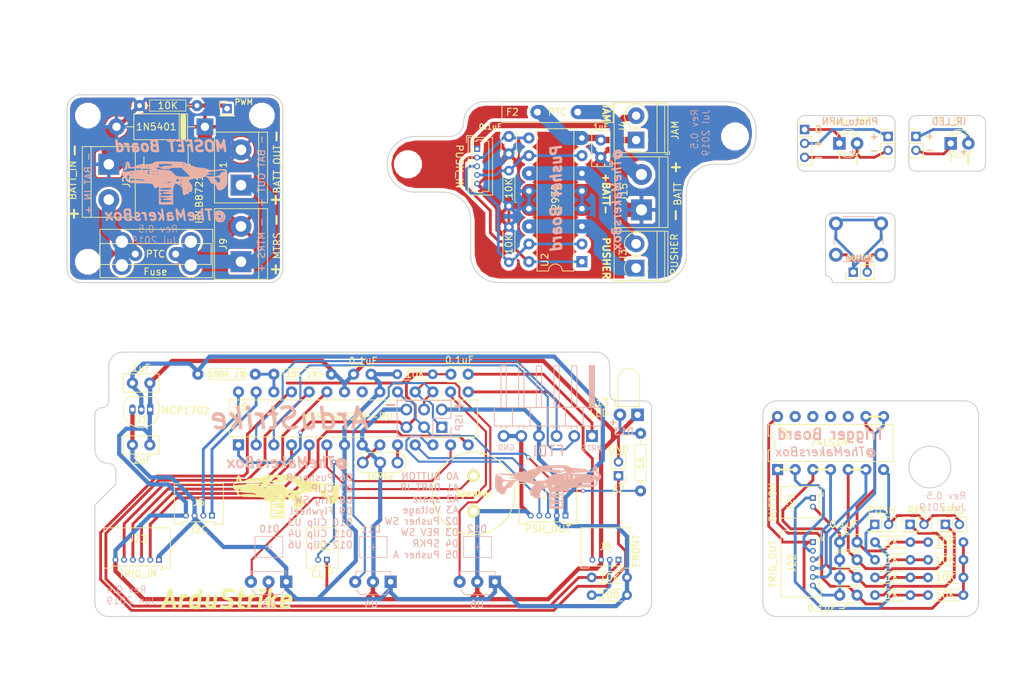
<source format=kicad_pcb>
(kicad_pcb (version 4) (host pcbnew 4.0.7)
  (title_block (date "lun. 30 mars 2015"))
  (layers (0 F.Cu signal) (31 B.Cu signal) (34 B.Paste user) (35 F.Paste user) (36 B.SilkS user) (37 F.SilkS user) (38 B.Mask user) (39 F.Mask user) (44 Edge.Cuts user))
  (net 0 "")
  (net 1 /Reset)
  (net 2 GND)
  (net 3 /A0)
  (net 4 /A1)
  (net 5 /A2)
  (net 6 /A3)
  (net 7 /AREF)
  (net 8 "/A4(SDA)")
  (net 9 "/A5(SCL)")
  (net 10 "/9(**)")
  (net 11 /8)
  (net 12 /7)
  (net 13 "/6(**)")
  (net 14 "/5(**)")
  (net 15 /4)
  (net 16 "/3(**)")
  (net 17 /2)
  (net 18 "/13(SCK)")
  (net 19 "/12(MISO)")
  (net 20 VCC)
  (net 21 "Net-(D2-Pad2)")
  (net 22 "Net-(U5-Pad9)")
  (net 23 "Net-(U5-Pad10)")
  (net 24 "/11(MOSI)")
  (net 25 "/10(SS)")
  (net 26 "Net-(D1-Pad1)")
  (net 27 "Net-(J3-Pad1)")
  (net 28 "Net-(J3-Pad2)")
  (net 29 /TRIG)
  (net 30 "/0(Rx)")
  (net 31 "/1(Tx)")
  (net 32 /Vin)
  (net 33 "Net-(C6-Pad1)")
  (net 34 "Net-(C7-Pad1)")
  (net 35 "Net-(C8-Pad1)")
  (net 36 /#RTS)
  (net 37 "Net-(C2-Pad1)")
  (net 38 "Net-(C3-Pad1)")
  (net 39 "Net-(J17-Pad3)")
  (net 40 "Net-(C10-Pad1)")
  (net 41 "Net-(J6-Pad1)")
  (net 42 "Net-(J17-Pad4)")
  (net 43 "Net-(J19-Pad1)")
  (net 44 "Net-(J20-Pad1)")
  (net 45 "Net-(J21-Pad1)")
  (net 46 /REV)
  (net 47 /PUSHER)
  (net 48 /BUTTON)
  (net 49 "Net-(J8-Pad2)")
  (net 50 "Net-(D3-Pad1)")
  (net 51 "Net-(D3-Pad2)")
  (net 52 "Net-(J27-Pad1)")
  (net 53 "Net-(J27-Pad2)")
  (net 54 /A)
  (net 55 /E)
  (net 56 /C)
  (net 57 "Net-(F1-Pad2)")
  (net 58 /BATT)
  (net 59 "Net-(F2-Pad2)")
  (module Wire_Pads:SolderWirePad_single_2-5mmDrill (layer F.Cu) (at 129.998 73.365)
    (fp_text reference J14 hide)
    (fp_text value NPTH)
    (pad "" np_thru_hole circle (at 0 0) (size 3 3) (drill 3) (layers *.Cu *.Mask))
  )
  (module Wire_Pads:SolderWirePad_single_2-5mmDrill (layer F.Cu) (at 154.998 52.365)
    (fp_text reference J14 hide)
    (fp_text value NPTH)
    (pad "" np_thru_hole circle (at 0 0) (size 3 3) (drill 3) (layers *.Cu *.Mask))
  )
  (module Wire_Pads:SolderWirePad_single_2-5mmDrill (layer F.Cu) (at 129.998 52.365)
    (fp_text reference J14 hide)
    (fp_text value NPTH)
    (pad "" np_thru_hole circle (at 0 0) (size 3 3) (drill 3) (layers *.Cu *.Mask))
  )
  (module footprints:DIP-14_W7.62mm (layer F.Cu) (at 229.108 103.235 90)
    (fp_text reference U7 (at 5.16 1.05 90) (layer F.SilkS))
    (fp_text value 74LS14 (at 3.89 7.4 180) (layer F.SilkS))
    (pad 1 thru_hole rect (at 0 0 90) (size 1.6 1.6) (drill 0.8) (layers *.Cu *.Mask) (net 33 "Net-(C6-Pad1)"))
    (pad 8 thru_hole oval (at 7.62 15.24 90) (size 1.6 1.6) (drill 0.8) (layers *.Cu *.Mask) (net 48 /BUTTON))
    (pad 2 thru_hole oval (at 0 2.54 90) (size 1.6 1.6) (drill 0.8) (layers *.Cu *.Mask) (net 29 /TRIG))
    (pad 9 thru_hole oval (at 7.62 12.7 90) (size 1.6 1.6) (drill 0.8) (layers *.Cu *.Mask) (net 40 "Net-(C10-Pad1)"))
    (pad 3 thru_hole oval (at 0 5.08 90) (size 1.6 1.6) (drill 0.8) (layers *.Cu *.Mask) (net 34 "Net-(C7-Pad1)"))
    (pad 10 thru_hole oval (at 7.62 10.16 90) (size 1.6 1.6) (drill 0.8) (layers *.Cu *.Mask))
    (pad 4 thru_hole oval (at 0 7.62 90) (size 1.6 1.6) (drill 0.8) (layers *.Cu *.Mask) (net 46 /REV))
    (pad 11 thru_hole oval (at 7.62 7.62 90) (size 1.6 1.6) (drill 0.8) (layers *.Cu *.Mask))
    (pad 5 thru_hole oval (at 0 10.16 90) (size 1.6 1.6) (drill 0.8) (layers *.Cu *.Mask) (net 35 "Net-(C8-Pad1)"))
    (pad 12 thru_hole oval (at 7.62 5.08 90) (size 1.6 1.6) (drill 0.8) (layers *.Cu *.Mask))
    (pad 6 thru_hole oval (at 0 12.7 90) (size 1.6 1.6) (drill 0.8) (layers *.Cu *.Mask) (net 47 /PUSHER))
    (pad 13 thru_hole oval (at 7.62 2.54 90) (size 1.6 1.6) (drill 0.8) (layers *.Cu *.Mask))
    (pad 7 thru_hole oval (at 0 15.24 90) (size 1.6 1.6) (drill 0.8) (layers *.Cu *.Mask) (net 2 GND))
    (pad 14 thru_hole oval (at 7.62 0 90) (size 1.6 1.6) (drill 0.8) (layers *.Cu *.Mask) (net 20 VCC))
  )
  (module footprints:R__P5.08mm (layer F.Cu) (at 253.238 113.665)
    (fp_text reference R19 hide)
    (fp_text value 10K (at 0 0) (layer F.SilkS))
    (pad 1 thru_hole circle (at -2.5 0) (size 1.4 1.4) (drill 0.7) (layers *.Cu *.Mask) (net 40 "Net-(C10-Pad1)"))
    (pad 2 thru_hole oval (at 2.58 0) (size 1.4 1.4) (drill 0.7) (layers *.Cu *.Mask) (net 20 VCC))
  )
  (module footprints:Molex_PicoBlade_53048-0610_06x1.25mm_Angled (layer F.Cu) (at 234.188 113.665 270)
    (fp_text reference J22 (at 3 3 270) (layer F.SilkS))
    (fp_text value TRIG_OUT (at 3.125 5.75 270) (layer F.SilkS))
    (pad 1 thru_hole rect (at 0 0 270) (size 0.85 0.85) (drill 0.5) (layers *.Cu *.Mask) (net 20 VCC))
    (pad 2 thru_hole circle (at 1.25 0 270) (size 0.85 0.85) (drill 0.5) (layers *.Cu *.Mask) (net 29 /TRIG))
    (pad 3 thru_hole circle (at 2.5 0 270) (size 0.85 0.85) (drill 0.5) (layers *.Cu *.Mask) (net 46 /REV))
    (pad 4 thru_hole circle (at 3.75 0 270) (size 0.85 0.85) (drill 0.5) (layers *.Cu *.Mask) (net 47 /PUSHER))
    (pad 5 thru_hole circle (at 5 0 270) (size 0.85 0.85) (drill 0.5) (layers *.Cu *.Mask) (net 48 /BUTTON))
    (pad 6 thru_hole circle (at 6.25 0 270) (size 0.85 0.85) (drill 0.5) (layers *.Cu *.Mask) (net 2 GND))
  )
  (module footprints:SPEAKER (layer F.Cu) (at 185.42 106.68)
    (fp_text reference LS1 hide)
    (fp_text value Speaker (at 0 0) (layer F.SilkS) (effects (font (size 0.889 0.889) (thickness 0.22225))))
    (pad 2 thru_hole circle (at 0 2.54) (size 1.778 1.778) (drill 1.016) (layers *.Cu *.Mask F.SilkS) (net 2 GND))
    (pad 1 thru_hole circle (at 0 -2.54) (size 1.778 1.778) (drill 1.016) (layers *.Cu *.Mask F.SilkS) (net 15 /4))
  )
  (module footprints:Hall_Sensor (layer B.Cu) (at 173.498 119.365 180)
    (fp_text reference U4 (at 2.81 -3.19 360) (layer B.SilkS) (effects (justify mirror)))
    (fp_text value "HALL SENSOR" hide)
    (pad 3 thru_hole circle (at 5.08 0 90) (size 1.75 1.75) (drill 0.8) (layers *.Cu *.Mask) (net 24 "/11(MOSI)"))
    (pad 2 thru_hole circle (at 2.54 0 90) (size 1.75 1.75) (drill 0.8) (layers *.Cu *.Mask) (net 2 GND))
    (pad 1 thru_hole rect (at 0 0 90) (size 1.75 1.75) (drill 0.8) (layers *.Cu *.Mask) (net 20 VCC))
  )
  (module footprints:Molex_PicoBlade_53048-0610_06x1.25mm_Angled (layer F.Cu) (at 140.208 116.205 180)
    (fp_text reference J23 (at 3 3 180) (layer F.SilkS))
    (fp_text value TRIG_IN (at 3 -2 180) (layer F.SilkS))
    (pad 1 thru_hole rect (at 0 0 180) (size 0.85 0.85) (drill 0.5) (layers *.Cu *.Mask) (net 20 VCC))
    (pad 2 thru_hole circle (at 1.25 0 180) (size 0.85 0.85) (drill 0.5) (layers *.Cu *.Mask) (net 11 /8))
    (pad 3 thru_hole circle (at 2.5 0 180) (size 0.85 0.85) (drill 0.5) (layers *.Cu *.Mask) (net 16 "/3(**)"))
    (pad 4 thru_hole circle (at 3.75 0 180) (size 0.85 0.85) (drill 0.5) (layers *.Cu *.Mask) (net 17 /2))
    (pad 5 thru_hole circle (at 5 0 180) (size 0.85 0.85) (drill 0.5) (layers *.Cu *.Mask) (net 3 /A0))
    (pad 6 thru_hole circle (at 6.25 0 180) (size 0.85 0.85) (drill 0.5) (layers *.Cu *.Mask) (net 2 GND))
  )
  (module footprints:Molex_PicoBlade_53048-0510_05x1.25mm_Angled (layer F.Cu) (at 198.628 109.855 180)
    (fp_text reference J18 (at 2 3 180) (layer F.SilkS))
    (fp_text value PSH_OUT (at 2.54 -1.905 180) (layer F.SilkS))
    (pad 1 thru_hole rect (at 0 0 180) (size 0.85 0.85) (drill 0.5) (layers *.Cu *.Mask) (net 32 /Vin))
    (pad 2 thru_hole circle (at 1.25 0 180) (size 0.85 0.85) (drill 0.5) (layers *.Cu *.Mask) (net 20 VCC))
    (pad 3 thru_hole circle (at 2.5 0 180) (size 0.85 0.85) (drill 0.5) (layers *.Cu *.Mask) (net 14 "/5(**)"))
    (pad 4 thru_hole circle (at 3.75 0 180) (size 0.85 0.85) (drill 0.5) (layers *.Cu *.Mask) (net 13 "/6(**)"))
    (pad 5 thru_hole circle (at 5 0 180) (size 0.85 0.85) (drill 0.5) (layers *.Cu *.Mask) (net 2 GND))
  )
  (module footprints:Molex_PicoBlade_53048-0410_04x1.25mm_Angled (layer F.Cu) (at 147.828 109.855 180)
    (fp_text reference J5 (at 1.905 1.905 180) (layer F.SilkS))
    (fp_text value I2C (at 1.778 -2.032 180) (layer F.SilkS))
    (pad 1 thru_hole rect (at 0 0 180) (size 0.85 0.85) (drill 0.5) (layers *.Cu *.Mask) (net 8 "/A4(SDA)"))
    (pad 2 thru_hole circle (at 1.25 0 180) (size 0.85 0.85) (drill 0.5) (layers *.Cu *.Mask) (net 9 "/A5(SCL)"))
    (pad 3 thru_hole circle (at 2.5 0 180) (size 0.85 0.85) (drill 0.5) (layers *.Cu *.Mask) (net 20 VCC))
    (pad 4 thru_hole circle (at 3.75 0 180) (size 0.85 0.85) (drill 0.5) (layers *.Cu *.Mask) (net 2 GND))
  )
  (module footprints:Pin_Header_Angled_1x06_Pitch2.54mm (layer B.Cu) (at 202.438 98.425 90)
    (fp_text reference J7 hide)
    (fp_text value FTDI)
    (pad 1 thru_hole rect (at 0 0 90) (size 1.7 1.7) (drill 1) (layers *.Cu *.Mask) (net 36 /#RTS))
    (pad 2 thru_hole oval (at 0 -2.54 90) (size 1.7 1.7) (drill 1) (layers *.Cu *.Mask) (net 31 "/1(Tx)"))
    (pad 3 thru_hole oval (at 0 -5.08 90) (size 1.7 1.7) (drill 1) (layers *.Cu *.Mask) (net 30 "/0(Rx)"))
    (pad 4 thru_hole oval (at 0 -7.62 90) (size 1.7 1.7) (drill 1) (layers *.Cu *.Mask) (net 20 VCC))
    (pad 5 thru_hole oval (at 0 -10.16 90) (size 1.7 1.7) (drill 1) (layers *.Cu *.Mask) (net 2 GND))
    (pad 6 thru_hole oval (at 0 -12.7 90) (size 1.7 1.7) (drill 1) (layers *.Cu *.Mask) (net 2 GND))
  )
  (module footprints:R__P5.08mm (layer F.Cu) (at 204.978 118.745 180)
    (fp_text reference R20 hide)
    (fp_text value 10K (at 0 0 180) (layer F.SilkS))
    (pad 1 thru_hole circle (at -2.5 0 180) (size 1.4 1.4) (drill 0.7) (layers *.Cu *.Mask) (net 20 VCC))
    (pad 2 thru_hole oval (at 2.58 0 180) (size 1.4 1.4) (drill 0.7) (layers *.Cu *.Mask) (net 4 /A1))
  )
  (module footprints:D_DO-15_P12.70mm_Horizontal (layer F.Cu) (at 146.812 53.975 180)
    (fp_text reference D1 hide)
    (fp_text value 1N5401 (at 6.985 0 180) (layer F.SilkS))
    (pad 1 thru_hole rect (at 0 0 180) (size 2.4 2.4) (drill 1.2) (layers *.Cu *.Mask) (net 26 "Net-(D1-Pad1)"))
    (pad 2 thru_hole oval (at 12.7 0 180) (size 2.4 2.4) (drill 1.2) (layers *.Cu *.Mask) (net 2 GND))
  )
  (module Wire_Pads:SolderWirePad_single_2-5mmDrill (layer F.Cu) (at 222.998 55.365)
    (fp_text reference J14 hide)
    (fp_text value NPTH)
    (pad "" np_thru_hole circle (at 0 0) (size 3 3) (drill 3) (layers *.Cu *.Mask))
  )
  (module Wire_Pads:SolderWirePad_single_2-5mmDrill (layer F.Cu) (at 175.998 59.365)
    (fp_text reference J14 hide)
    (fp_text value NPTH)
    (pad "" np_thru_hole circle (at 0 0) (size 3 3) (drill 3) (layers *.Cu *.Mask))
  )
  (module footprints:Hall_Sensor (layer B.Cu) (at 158.498 119.365 180)
    (fp_text reference U3 (at 2.415 -3.19 360) (layer B.SilkS) (effects (justify mirror)))
    (fp_text value "HALL SENSOR" hide)
    (pad 3 thru_hole circle (at 5.08 0 90) (size 1.75 1.75) (drill 0.8) (layers *.Cu *.Mask) (net 25 "/10(SS)"))
    (pad 2 thru_hole circle (at 2.54 0 90) (size 1.75 1.75) (drill 0.8) (layers *.Cu *.Mask) (net 2 GND))
    (pad 1 thru_hole rect (at 0 0 90) (size 1.75 1.75) (drill 0.8) (layers *.Cu *.Mask) (net 20 VCC))
  )
  (module footprints:RS_left (layer B.Cu) (at 196.088 104.775 180)
    (fp_text reference G*** hide)
    (fp_text value LOGO hide)
  )
  (module footprints:DIP-28_W7.62mm (layer F.Cu) (at 151.638 99.695 90)
    (fp_text reference U5 (at 5.461 0.381 180) (layer F.SilkS))
    (fp_text value ATMEGA328P-PU (at 4.064 15.875 180) (layer F.SilkS))
    (pad 1 thru_hole rect (at 0 0 90) (size 1.6 1.6) (drill 0.8) (layers *.Cu *.Mask) (net 1 /Reset))
    (pad 15 thru_hole oval (at 7.62 33.02 90) (size 1.6 1.6) (drill 0.8) (layers *.Cu *.Mask) (net 10 "/9(**)"))
    (pad 2 thru_hole oval (at 0 2.54 90) (size 1.6 1.6) (drill 0.8) (layers *.Cu *.Mask) (net 30 "/0(Rx)"))
    (pad 16 thru_hole oval (at 7.62 30.48 90) (size 1.6 1.6) (drill 0.8) (layers *.Cu *.Mask) (net 25 "/10(SS)"))
    (pad 3 thru_hole oval (at 0 5.08 90) (size 1.6 1.6) (drill 0.8) (layers *.Cu *.Mask) (net 31 "/1(Tx)"))
    (pad 17 thru_hole oval (at 7.62 27.94 90) (size 1.6 1.6) (drill 0.8) (layers *.Cu *.Mask) (net 24 "/11(MOSI)"))
    (pad 4 thru_hole oval (at 0 7.62 90) (size 1.6 1.6) (drill 0.8) (layers *.Cu *.Mask) (net 17 /2))
    (pad 18 thru_hole oval (at 7.62 25.4 90) (size 1.6 1.6) (drill 0.8) (layers *.Cu *.Mask) (net 19 "/12(MISO)"))
    (pad 5 thru_hole oval (at 0 10.16 90) (size 1.6 1.6) (drill 0.8) (layers *.Cu *.Mask) (net 16 "/3(**)"))
    (pad 19 thru_hole oval (at 7.62 22.86 90) (size 1.6 1.6) (drill 0.8) (layers *.Cu *.Mask) (net 18 "/13(SCK)"))
    (pad 6 thru_hole oval (at 0 12.7 90) (size 1.6 1.6) (drill 0.8) (layers *.Cu *.Mask) (net 15 /4))
    (pad 20 thru_hole oval (at 7.62 20.32 90) (size 1.6 1.6) (drill 0.8) (layers *.Cu *.Mask) (net 20 VCC))
    (pad 7 thru_hole oval (at 0 15.24 90) (size 1.6 1.6) (drill 0.8) (layers *.Cu *.Mask) (net 20 VCC))
    (pad 21 thru_hole oval (at 7.62 17.78 90) (size 1.6 1.6) (drill 0.8) (layers *.Cu *.Mask) (net 7 /AREF))
    (pad 8 thru_hole oval (at 0 17.78 90) (size 1.6 1.6) (drill 0.8) (layers *.Cu *.Mask) (net 2 GND))
    (pad 22 thru_hole oval (at 7.62 15.24 90) (size 1.6 1.6) (drill 0.8) (layers *.Cu *.Mask) (net 2 GND))
    (pad 9 thru_hole oval (at 0 20.32 90) (size 1.6 1.6) (drill 0.8) (layers *.Cu *.Mask) (net 22 "Net-(U5-Pad9)"))
    (pad 23 thru_hole oval (at 7.62 12.7 90) (size 1.6 1.6) (drill 0.8) (layers *.Cu *.Mask) (net 3 /A0))
    (pad 10 thru_hole oval (at 0 22.86 90) (size 1.6 1.6) (drill 0.8) (layers *.Cu *.Mask) (net 23 "Net-(U5-Pad10)"))
    (pad 24 thru_hole oval (at 7.62 10.16 90) (size 1.6 1.6) (drill 0.8) (layers *.Cu *.Mask) (net 4 /A1))
    (pad 11 thru_hole oval (at 0 25.4 90) (size 1.6 1.6) (drill 0.8) (layers *.Cu *.Mask) (net 14 "/5(**)"))
    (pad 25 thru_hole oval (at 7.62 7.62 90) (size 1.6 1.6) (drill 0.8) (layers *.Cu *.Mask) (net 5 /A2))
    (pad 12 thru_hole oval (at 0 27.94 90) (size 1.6 1.6) (drill 0.8) (layers *.Cu *.Mask) (net 13 "/6(**)"))
    (pad 26 thru_hole oval (at 7.62 5.08 90) (size 1.6 1.6) (drill 0.8) (layers *.Cu *.Mask) (net 6 /A3))
    (pad 13 thru_hole oval (at 0 30.48 90) (size 1.6 1.6) (drill 0.8) (layers *.Cu *.Mask) (net 12 /7))
    (pad 27 thru_hole oval (at 7.62 2.54 90) (size 1.6 1.6) (drill 0.8) (layers *.Cu *.Mask) (net 8 "/A4(SDA)"))
    (pad 14 thru_hole oval (at 0 33.02 90) (size 1.6 1.6) (drill 0.8) (layers *.Cu *.Mask) (net 11 /8))
    (pad 28 thru_hole oval (at 7.62 0 90) (size 1.6 1.6) (drill 0.8) (layers *.Cu *.Mask) (net 9 "/A5(SCL)"))
  )
  (module footprints:R_Axial_DIN0204_L3.6mm_D1.6mm_P7.62mm_Horizontal (layer F.Cu) (at 137.668 50.927)
    (fp_text reference R9)
    (fp_text value 10K (at 3.81 0) (layer F.SilkS))
    (pad 1 thru_hole circle (at -0.25 0) (size 1.6 1.6) (drill 0.7) (layers *.Cu *.Mask) (net 2 GND))
    (pad 2 thru_hole circle (at 8 0) (size 1.6 1.6) (drill 0.7) (layers *.Cu *.Mask) (net 10 "/9(**)"))
  )
  (module footprints:R_Axial_DIN0204_L3.6mm_D1.6mm_P7.62mm_Horizontal (layer F.Cu) (at 153.797 89.535 180)
    (fp_text reference R8)
    (fp_text value "100K 1%" (at 3.81 0 180) (layer F.SilkS) (effects (font (size 0.8 0.8))))
    (pad 1 thru_hole circle (at -0.25 0 180) (size 1.6 1.6) (drill 0.7) (layers *.Cu *.Mask) (net 6 /A3))
    (pad 2 thru_hole circle (at 8 0 180) (size 1.6 1.6) (drill 0.7) (layers *.Cu *.Mask) (net 32 /Vin))
  )
  (module footprints:R__P5.08mm (layer F.Cu) (at 253.238 116.205)
    (fp_text reference R10 hide)
    (fp_text value 10K (at 0 0) (layer F.SilkS))
    (pad 1 thru_hole circle (at -2.5 0) (size 1.4 1.4) (drill 0.7) (layers *.Cu *.Mask) (net 35 "Net-(C8-Pad1)"))
    (pad 2 thru_hole oval (at 2.58 0) (size 1.4 1.4) (drill 0.7) (layers *.Cu *.Mask) (net 20 VCC))
  )
  (module footprints:R__P5.08mm (layer F.Cu) (at 190.498 70.865 270)
    (fp_text reference R1 hide)
    (fp_text value 10K (at 0 0 270) (layer F.SilkS))
    (pad 1 thru_hole circle (at -2.5 0 270) (size 1.4 1.4) (drill 0.7) (layers *.Cu *.Mask) (net 2 GND))
    (pad 2 thru_hole oval (at 2.58 0 270) (size 1.4 1.4) (drill 0.7) (layers *.Cu *.Mask) (net 39 "Net-(J17-Pad3)"))
  )
  (module footprints:R__P5.08mm (layer F.Cu) (at 190.498 62.865 90)
    (fp_text reference R3 hide)
    (fp_text value 10K (at 0 0 90) (layer F.SilkS))
    (pad 1 thru_hole circle (at -2.5 0 90) (size 1.4 1.4) (drill 0.7) (layers *.Cu *.Mask) (net 2 GND))
    (pad 2 thru_hole oval (at 2.58 0 90) (size 1.4 1.4) (drill 0.7) (layers *.Cu *.Mask) (net 42 "Net-(J17-Pad4)"))
  )
  (module footprints:R__P5.08mm (layer F.Cu) (at 253.238 121.285)
    (fp_text reference R4 hide)
    (fp_text value 10K (at 0 0) (layer F.SilkS))
    (pad 1 thru_hole circle (at -2.5 0) (size 1.4 1.4) (drill 0.7) (layers *.Cu *.Mask) (net 33 "Net-(C6-Pad1)"))
    (pad 2 thru_hole oval (at 2.58 0) (size 1.4 1.4) (drill 0.7) (layers *.Cu *.Mask) (net 20 VCC))
  )
  (module footprints:R__P5.08mm (layer F.Cu) (at 253.238 118.745)
    (fp_text reference R6 hide)
    (fp_text value 10K (at 0 0) (layer F.SilkS))
    (pad 1 thru_hole circle (at -2.5 0) (size 1.4 1.4) (drill 0.7) (layers *.Cu *.Mask) (net 34 "Net-(C7-Pad1)"))
    (pad 2 thru_hole oval (at 2.58 0) (size 1.4 1.4) (drill 0.7) (layers *.Cu *.Mask) (net 20 VCC))
  )
  (module footprints:Resonator-3pin_w7.0mm_h2.5mm (layer F.Cu) (at 174.498 102.235 180)
    (fp_text reference Y1 hide)
    (fp_text value 16Mhz (at 2.54 -2.032 180) (layer F.SilkS) (effects (font (size 0.8 0.8))))
    (pad 1 thru_hole circle (at 0 0 180) (size 1.7 1.7) (drill 1) (layers *.Cu *.Mask) (net 23 "Net-(U5-Pad10)"))
    (pad 2 thru_hole circle (at 2.5 0 180) (size 1.7 1.7) (drill 1) (layers *.Cu *.Mask) (net 2 GND))
    (pad 3 thru_hole circle (at 5 0 180) (size 1.7 1.7) (drill 1) (layers *.Cu *.Mask) (net 22 "Net-(U5-Pad9)"))
  )
  (module footprints:R__P5.08mm (layer F.Cu) (at 245.618 116.205)
    (fp_text reference R11 hide)
    (fp_text value 1K (at 0 0) (layer F.SilkS))
    (pad 1 thru_hole circle (at -2.5 0) (size 1.4 1.4) (drill 0.7) (layers *.Cu *.Mask) (net 44 "Net-(J20-Pad1)"))
    (pad 2 thru_hole oval (at 2.58 0) (size 1.4 1.4) (drill 0.7) (layers *.Cu *.Mask) (net 35 "Net-(C8-Pad1)"))
  )
  (module footprints:R__P5.08mm (layer F.Cu) (at 245.618 118.745)
    (fp_text reference R7 hide)
    (fp_text value 1K (at 0 0) (layer F.SilkS))
    (pad 1 thru_hole circle (at -2.5 0) (size 1.4 1.4) (drill 0.7) (layers *.Cu *.Mask) (net 41 "Net-(J6-Pad1)"))
    (pad 2 thru_hole oval (at 2.58 0) (size 1.4 1.4) (drill 0.7) (layers *.Cu *.Mask) (net 34 "Net-(C7-Pad1)"))
  )
  (module footprints:R__P5.08mm (layer F.Cu) (at 245.618 121.285)
    (fp_text reference R5 hide)
    (fp_text value 1K (at 0 0) (layer F.SilkS))
    (pad 1 thru_hole circle (at -2.5 0) (size 1.4 1.4) (drill 0.7) (layers *.Cu *.Mask) (net 43 "Net-(J19-Pad1)"))
    (pad 2 thru_hole oval (at 2.58 0) (size 1.4 1.4) (drill 0.7) (layers *.Cu *.Mask) (net 33 "Net-(C6-Pad1)"))
  )
  (module footprints:C_Disc_D5.0mm_W2.5mm_P2.50mm (layer F.Cu) (at 136.398 90.805)
    (fp_text reference C1 hide)
    (fp_text value 1uF (at 1.27 -2.159 180) (layer F.SilkS))
    (pad 1 thru_hole circle (at 0 0) (size 1.6 1.6) (drill 0.8) (layers *.Cu *.Mask) (net 32 /Vin))
    (pad 2 thru_hole circle (at 2.5 0) (size 1.6 1.6) (drill 0.8) (layers *.Cu *.Mask) (net 2 GND))
  )
  (module footprints:C_Disc_D5.0mm_W2.5mm_P2.50mm (layer F.Cu) (at 203.708 55.88 270)
    (fp_text reference C2 hide)
    (fp_text value 1uF (at -1.905 0 360) (layer F.SilkS) (effects (font (size 0.8 0.8))))
    (pad 1 thru_hole circle (at 0 0 270) (size 1.6 1.6) (drill 0.8) (layers *.Cu *.Mask) (net 37 "Net-(C2-Pad1)"))
    (pad 2 thru_hole circle (at 2.5 0 270) (size 1.6 1.6) (drill 0.8) (layers *.Cu *.Mask) (net 2 GND))
  )
  (module footprints:C_Disc_D3.4mm_W2.1mm_P2.50mm (layer F.Cu) (at 190.498 55.365 270)
    (fp_text reference C3 hide)
    (fp_text value 0.1uF (at -1.39 2.665 360) (layer F.SilkS) (effects (font (size 0.8 0.8))))
    (pad 1 thru_hole circle (at 0 0 270) (size 1.6 1.6) (drill 0.8) (layers *.Cu *.Mask) (net 38 "Net-(C3-Pad1)"))
    (pad 2 thru_hole circle (at 2.5 0 270) (size 1.6 1.6) (drill 0.8) (layers *.Cu *.Mask) (net 2 GND))
  )
  (module footprints:C_Disc_D5.0mm_W2.5mm_P2.50mm (layer F.Cu) (at 136.398 99.695)
    (fp_text reference C4 hide)
    (fp_text value 1uF (at 1.397 2.159) (layer F.SilkS))
    (pad 1 thru_hole circle (at 0 0) (size 1.6 1.6) (drill 0.8) (layers *.Cu *.Mask) (net 20 VCC))
    (pad 2 thru_hole circle (at 2.5 0) (size 1.6 1.6) (drill 0.8) (layers *.Cu *.Mask) (net 2 GND))
  )
  (module footprints:C_Disc_D3.4mm_W2.1mm_P2.50mm (layer F.Cu) (at 240.538 121.285 180)
    (fp_text reference C6 hide)
    (fp_text value 0.1uF (at 5.08 -1.905 180) (layer F.SilkS))
    (pad 1 thru_hole circle (at 0 0 180) (size 1.6 1.6) (drill 0.8) (layers *.Cu *.Mask) (net 33 "Net-(C6-Pad1)"))
    (pad 2 thru_hole circle (at 2.5 0 180) (size 1.6 1.6) (drill 0.8) (layers *.Cu *.Mask) (net 2 GND))
  )
  (module footprints:C_Disc_D3.4mm_W2.1mm_P2.50mm (layer F.Cu) (at 240.538 118.745 180)
    (fp_text reference C7 hide)
    (fp_text value 0.1uF hide)
    (pad 1 thru_hole circle (at 0 0 180) (size 1.6 1.6) (drill 0.8) (layers *.Cu *.Mask) (net 34 "Net-(C7-Pad1)"))
    (pad 2 thru_hole circle (at 2.5 0 180) (size 1.6 1.6) (drill 0.8) (layers *.Cu *.Mask) (net 2 GND))
  )
  (module footprints:C_Disc_D3.4mm_W2.1mm_P2.50mm (layer F.Cu) (at 240.538 116.205 180)
    (fp_text reference C8 hide)
    (fp_text value 0.1uF hide)
    (pad 1 thru_hole circle (at 0 0 180) (size 1.6 1.6) (drill 0.8) (layers *.Cu *.Mask) (net 35 "Net-(C8-Pad1)"))
    (pad 2 thru_hole circle (at 2.5 0 180) (size 1.6 1.6) (drill 0.8) (layers *.Cu *.Mask) (net 2 GND))
  )
  (module footprints:LED_D3.0mm_Horizontal_O1.27mm_Z10.0mm (layer F.Cu) (at 208.998 95.365 180)
    (fp_text reference D2 hide)
    (fp_text value D13 (at 5.544 1.766 180) (layer F.SilkS))
    (pad 1 thru_hole rect (at 0 0 180) (size 1.8 1.8) (drill 0.9) (layers *.Cu *.Mask) (net 2 GND))
    (pad 2 thru_hole circle (at 2.54 0 180) (size 1.8 1.8) (drill 0.9) (layers *.Cu *.Mask) (net 21 "Net-(D2-Pad2)"))
  )
  (module footprints:Molex_PicoBlade_53048-0210_02x1.25mm_Angled (layer F.Cu) (at 164.338 116.205 180)
    (fp_text reference J12 (at 0.635 1.905 180) (layer F.SilkS))
    (fp_text value CLIP (at 0.635 -2.032 180) (layer F.SilkS))
    (pad 1 thru_hole rect (at 0 0 180) (size 0.85 0.85) (drill 0.5) (layers *.Cu *.Mask) (net 2 GND))
    (pad 2 thru_hole circle (at 1.25 0 180) (size 0.85 0.85) (drill 0.5) (layers *.Cu *.Mask) (net 12 /7))
  )
  (module Wire_Pads:SolderWirePad_single_2-5mmDrill (layer F.Cu) (at 195.998 114.365)
    (fp_text reference J13 hide)
    (fp_text value FLYWHEELS)
    (pad "" np_thru_hole circle (at 0 0) (size 3 3) (drill 3) (layers *.Cu *.Mask))
  )
  (module Wire_Pads:SolderWirePad_single_2-5mmDrill (layer F.Cu) (at 145.998 114.619)
    (fp_text reference J14 hide)
    (fp_text value NPTH)
    (pad "" np_thru_hole circle (at 0 0) (size 3 3) (drill 3) (layers *.Cu *.Mask))
  )
  (module footprints:TO-92_Inline_Narrow_Oval (layer F.Cu) (at 138.938 94.615 180)
    (fp_text reference U1 (at 1.32 -1.41 180) (layer F.SilkS))
    (fp_text value MCP1702 (at -5.08 -0.127 360) (layer F.SilkS))
    (pad 2 thru_hole oval (at 1.27 0) (size 0.9 1.5) (drill 0.6) (layers *.Cu *.Mask) (net 32 /Vin))
    (pad 3 thru_hole oval (at 2.54 0) (size 0.9 1.5) (drill 0.6) (layers *.Cu *.Mask) (net 20 VCC))
    (pad 1 thru_hole rect (at 0 0) (size 0.9 1.5) (drill 0.6) (layers *.Cu *.Mask) (net 2 GND))
  )
  (module footprints:DIP-16_W7.62mm (layer F.Cu) (at 200.998 73.365 180)
    (fp_text reference U2 (at 5.334 0.254 270) (layer F.SilkS))
    (fp_text value L293D (at 3.81 8.89 270) (layer F.SilkS))
    (pad 1 thru_hole rect (at 0 0 180) (size 1.6 1.6) (drill 0.8) (layers *.Cu *.Mask) (net 38 "Net-(C3-Pad1)"))
    (pad 9 thru_hole oval (at 7.62 17.78 180) (size 1.6 1.6) (drill 0.8) (layers *.Cu *.Mask) (net 38 "Net-(C3-Pad1)"))
    (pad 2 thru_hole oval (at 0 2.54 180) (size 1.6 1.6) (drill 0.8) (layers *.Cu *.Mask) (net 39 "Net-(J17-Pad3)"))
    (pad 10 thru_hole oval (at 7.62 15.24 180) (size 1.6 1.6) (drill 0.8) (layers *.Cu *.Mask) (net 42 "Net-(J17-Pad4)"))
    (pad 3 thru_hole oval (at 0 5.08 180) (size 1.6 1.6) (drill 0.8) (layers *.Cu *.Mask) (net 27 "Net-(J3-Pad1)"))
    (pad 11 thru_hole oval (at 7.62 12.7 180) (size 1.6 1.6) (drill 0.8) (layers *.Cu *.Mask) (net 28 "Net-(J3-Pad2)"))
    (pad 4 thru_hole oval (at 0 7.62 180) (size 1.6 1.6) (drill 0.8) (layers *.Cu *.Mask) (net 2 GND))
    (pad 12 thru_hole oval (at 7.62 10.16 180) (size 1.6 1.6) (drill 0.8) (layers *.Cu *.Mask) (net 2 GND))
    (pad 5 thru_hole oval (at 0 10.16 180) (size 1.6 1.6) (drill 0.8) (layers *.Cu *.Mask) (net 2 GND))
    (pad 13 thru_hole oval (at 7.62 7.62 180) (size 1.6 1.6) (drill 0.8) (layers *.Cu *.Mask) (net 2 GND))
    (pad 6 thru_hole oval (at 0 12.7 180) (size 1.6 1.6) (drill 0.8) (layers *.Cu *.Mask) (net 28 "Net-(J3-Pad2)"))
    (pad 14 thru_hole oval (at 7.62 5.08 180) (size 1.6 1.6) (drill 0.8) (layers *.Cu *.Mask) (net 27 "Net-(J3-Pad1)"))
    (pad 7 thru_hole oval (at 0 15.24 180) (size 1.6 1.6) (drill 0.8) (layers *.Cu *.Mask) (net 42 "Net-(J17-Pad4)"))
    (pad 15 thru_hole oval (at 7.62 2.54 180) (size 1.6 1.6) (drill 0.8) (layers *.Cu *.Mask) (net 39 "Net-(J17-Pad3)"))
    (pad 8 thru_hole oval (at 0 17.78 180) (size 1.6 1.6) (drill 0.8) (layers *.Cu *.Mask) (net 37 "Net-(C2-Pad1)"))
    (pad 16 thru_hole oval (at 7.62 0 180) (size 1.6 1.6) (drill 0.8) (layers *.Cu *.Mask) (net 38 "Net-(C3-Pad1)"))
  )
  (module footprints:C_Disc_D3.4mm_W2.1mm_P2.50mm (layer F.Cu) (at 170.688 89.535 180)
    (fp_text reference C5 hide)
    (fp_text value 0.1uF (at 1.143 1.905 180) (layer F.SilkS))
    (pad 1 thru_hole circle (at 0 0 180) (size 1.6 1.6) (drill 0.8) (layers *.Cu *.Mask) (net 20 VCC))
    (pad 2 thru_hole circle (at 2.5 0 180) (size 1.6 1.6) (drill 0.8) (layers *.Cu *.Mask) (net 2 GND))
  )
  (module footprints:TerminalBlock_Phoenix_PT-1,5-2-3.5-H_1x02_P3.50mm_Horizontal (layer F.Cu) (at 208.788 55.88 90)
    (fp_text reference J4 (at 1.905 -1.905 90) (layer F.SilkS))
    (fp_text value JAM (at 1.397 5.588 90) (layer F.SilkS))
    (pad 1 thru_hole rect (at 0 0 90) (size 2.4 2.4) (drill 1.2) (layers *.Cu *.Mask) (net 37 "Net-(C2-Pad1)"))
    (pad 2 thru_hole circle (at 3.5 0 90) (size 2.4 2.4) (drill 1.2) (layers *.Cu *.Mask) (net 32 /Vin))
  )
  (module footprints:R_Axial_DIN0204_L3.6mm_D1.6mm_P7.62mm_Horizontal (layer F.Cu) (at 156.972 89.535)
    (fp_text reference R12)
    (fp_text value "10K 1%" (at 3.81 0) (layer F.SilkS) (effects (font (size 0.8 0.8))))
    (pad 1 thru_hole circle (at -0.25 0) (size 1.6 1.6) (drill 0.7) (layers *.Cu *.Mask) (net 6 /A3))
    (pad 2 thru_hole circle (at 8 0) (size 1.6 1.6) (drill 0.7) (layers *.Cu *.Mask) (net 2 GND))
  )
  (module footprints:R_Axial_DIN0204_L3.6mm_D1.6mm_P7.62mm_Horizontal (layer F.Cu) (at 209.423 106.045 90)
    (fp_text reference R2)
    (fp_text value 1K (at 3.81 0 90) (layer F.SilkS))
    (pad 1 thru_hole circle (at -0.25 0 90) (size 1.6 1.6) (drill 0.7) (layers *.Cu *.Mask) (net 18 "/13(SCK)"))
    (pad 2 thru_hole circle (at 8 0 90) (size 1.6 1.6) (drill 0.7) (layers *.Cu *.Mask) (net 21 "Net-(D2-Pad2)"))
  )
  (module footprints:RS_left (layer F.Cu) (at 158.496 106.172)
    (fp_text reference G*** hide)
    (fp_text value LOGO hide)
  )
  (module footprints:RS_right (layer B.Cu) (at 142.494 61.087 180)
    (fp_text reference G*** hide)
    (fp_text value LOGO hide)
  )
  (module footprints:C_Disc_D3.4mm_W2.1mm_P2.50mm (layer F.Cu) (at 184.658 89.535 180)
    (fp_text reference C9 hide)
    (fp_text value 0.1uF (at 1.27 2.032 180) (layer F.SilkS))
    (pad 1 thru_hole circle (at 0 0 180) (size 1.6 1.6) (drill 0.8) (layers *.Cu *.Mask) (net 36 /#RTS))
    (pad 2 thru_hole circle (at 2.5 0 180) (size 1.6 1.6) (drill 0.8) (layers *.Cu *.Mask) (net 1 /Reset))
  )
  (module footprints:R__P5.08mm (layer F.Cu) (at 177.038 89.535 180)
    (fp_text reference R17 hide)
    (fp_text value 10K (at 0 0 180) (layer F.SilkS))
    (pad 1 thru_hole circle (at -2.5 0 180) (size 1.4 1.4) (drill 0.7) (layers *.Cu *.Mask) (net 1 /Reset))
    (pad 2 thru_hole oval (at 2.58 0 180) (size 1.4 1.4) (drill 0.7) (layers *.Cu *.Mask) (net 20 VCC))
  )
  (module footprints:C_Disc_D3.4mm_W2.1mm_P2.50mm (layer F.Cu) (at 240.538 113.665 180)
    (fp_text reference C10 hide)
    (fp_text value 0.1uF (at 1.905 2.54 180) (layer F.SilkS))
    (pad 1 thru_hole circle (at 0 0 180) (size 1.6 1.6) (drill 0.8) (layers *.Cu *.Mask) (net 40 "Net-(C10-Pad1)"))
    (pad 2 thru_hole circle (at 2.5 0 180) (size 1.6 1.6) (drill 0.8) (layers *.Cu *.Mask) (net 2 GND))
  )
  (module footprints:R__P5.08mm (layer F.Cu) (at 245.618 113.665)
    (fp_text reference R18 hide)
    (fp_text value 1K (at 0 0) (layer F.SilkS))
    (pad 1 thru_hole circle (at -2.5 0) (size 1.4 1.4) (drill 0.7) (layers *.Cu *.Mask) (net 45 "Net-(J21-Pad1)"))
    (pad 2 thru_hole oval (at 2.58 0) (size 1.4 1.4) (drill 0.7) (layers *.Cu *.Mask) (net 40 "Net-(C10-Pad1)"))
  )
  (module footprints:Hall_Sensor (layer B.Cu) (at 188.498 119.365 180)
    (fp_text reference U6 (at 2.57 -3.19 360) (layer B.SilkS) (effects (justify mirror)))
    (fp_text value "HALL SENSOR" hide)
    (pad 3 thru_hole circle (at 5.08 0 90) (size 1.75 1.75) (drill 0.8) (layers *.Cu *.Mask) (net 19 "/12(MISO)"))
    (pad 2 thru_hole circle (at 2.54 0 90) (size 1.75 1.75) (drill 0.8) (layers *.Cu *.Mask) (net 2 GND))
    (pad 1 thru_hole rect (at 0 0 90) (size 1.75 1.75) (drill 0.8) (layers *.Cu *.Mask) (net 20 VCC))
  )
  (module footprints:R__P5.08mm (layer F.Cu) (at 204.978 121.285 180)
    (fp_text reference R21 hide)
    (fp_text value 100 (at 0 0 180) (layer F.SilkS))
    (pad 1 thru_hole circle (at -2.5 0 180) (size 1.4 1.4) (drill 0.7) (layers *.Cu *.Mask) (net 20 VCC))
    (pad 2 thru_hole oval (at 2.58 0 180) (size 1.4 1.4) (drill 0.7) (layers *.Cu *.Mask) (net 49 "Net-(J8-Pad2)"))
  )
  (module footprints:LED_D3.0mm (layer F.Cu) (at 253.998 56.365)
    (fp_text reference D3)
    (fp_text value LED hide)
    (fp_text user + (at 1.905 1.143) (layer B.SilkS) (effects (justify mirror)))
    (fp_text user + (at 1.905 1.143) (layer F.SilkS))
    (pad 1 thru_hole rect (at 0 0) (size 1.8 1.8) (drill 0.9) (layers *.Cu *.Mask) (net 50 "Net-(D3-Pad1)"))
    (pad 2 thru_hole circle (at 2.54 0) (size 1.8 1.8) (drill 0.9) (layers *.Cu *.Mask) (net 51 "Net-(D3-Pad2)"))
  )
  (module footprints:LED_D3.0mm (layer F.Cu) (at 237.998 56.365)
    (fp_text reference Q2)
    (fp_text value Photo_NPN (at 1.524 -3.152) (layer F.SilkS))
    (fp_text user + (at 1.905 1.143) (layer B.SilkS) (effects (justify mirror)))
    (fp_text user + (at 1.905 1.143) (layer F.SilkS))
    (pad 1 thru_hole rect (at 0 0) (size 1.8 1.8) (drill 0.9) (layers *.Cu *.Mask) (net 56 /C))
    (pad 2 thru_hole circle (at 2.54 0) (size 1.8 1.8) (drill 0.9) (layers *.Cu *.Mask) (net 55 /E))
  )
  (module footprints:SW_PUSH_6mm (layer B.Cu) (at 237.498 72.365)
    (fp_text reference SW2 hide)
    (fp_text value SW_Push)
    (pad 2 thru_hole circle (at 0 -4.5 270) (size 2 2) (drill 1.1) (layers *.Cu *.Mask) (net 52 "Net-(J27-Pad1)"))
    (pad 1 thru_hole circle (at 0 0 270) (size 2 2) (drill 1.1) (layers *.Cu *.Mask) (net 53 "Net-(J27-Pad2)"))
    (pad 2 thru_hole circle (at 6.5 -4.5 270) (size 2 2) (drill 1.1) (layers *.Cu *.Mask) (net 52 "Net-(J27-Pad1)"))
    (pad 1 thru_hole circle (at 6.5 0 270) (size 2 2) (drill 1.1) (layers *.Cu *.Mask) (net 53 "Net-(J27-Pad2)"))
  )
  (module footprints:Fuse_Littelfuse-LVR125 (layer F.Cu) (at 139.7 72.263)
    (fp_text reference F1 hide)
    (fp_text value PTC (at 0 0) (layer F.SilkS))
    (pad 1 thru_hole circle (at -2.9 0) (size 2 2) (drill 1) (layers *.Cu *.Mask) (net 58 /BATT))
    (pad 2 thru_hole circle (at 2.9 0) (size 2 2) (drill 1) (layers *.Cu *.Mask) (net 57 "Net-(F1-Pad2)"))
  )
  (module footprints:Pin_Header_Straight_2x01_Pitch2.00mm (layer F.Cu) (at 248.158 111.125)
    (fp_text reference J6 hide)
    (fp_text value REV (at 1 -2) (layer F.SilkS))
    (pad 1 thru_hole rect (at 0 0) (size 1.35 1.35) (drill 0.8) (layers *.Cu *.Mask) (net 41 "Net-(J6-Pad1)"))
    (pad 2 thru_hole oval (at 2 0) (size 1.35 1.35) (drill 0.8) (layers *.Cu *.Mask) (net 2 GND))
  )
  (module footprints:Pin_Header_Straight_1x01_Pitch2.00mm (layer F.Cu) (at 149.998 51.365)
    (fp_text reference J10 hide)
    (fp_text value PWM (at 2.402 -0.946) (layer F.SilkS) (effects (font (size 0.8 0.8))))
    (pad 1 thru_hole rect (at 0 0) (size 1.35 1.35) (drill 0.8) (layers *.Cu *.Mask) (net 10 "/9(**)"))
  )
  (module footprints:SolderWirePad_single_2-5mmDrill (layer F.Cu) (at 240.748 70.115)
    (fp_text reference J14 hide)
    (fp_text value NPTH)
    (pad "" np_thru_hole circle (at 0 0) (size 3 3) (drill 3) (layers *.Cu *.Mask))
  )
  (module footprints:Molex_PicoBlade_53047-0510_05x1.25mm_Straight (layer F.Cu) (at 185.928 57.15 270)
    (fp_text reference J17 hide)
    (fp_text value PSH_IN hide)
    (pad 1 thru_hole rect (at 0 0 270) (size 0.85 0.85) (drill 0.5) (layers *.Cu *.Mask) (net 32 /Vin))
    (pad 2 thru_hole circle (at 1.25 0 270) (size 0.85 0.85) (drill 0.5) (layers *.Cu *.Mask) (net 38 "Net-(C3-Pad1)"))
    (pad 3 thru_hole circle (at 2.5 0 270) (size 0.85 0.85) (drill 0.5) (layers *.Cu *.Mask) (net 39 "Net-(J17-Pad3)"))
    (pad 4 thru_hole circle (at 3.75 0 270) (size 0.85 0.85) (drill 0.5) (layers *.Cu *.Mask) (net 42 "Net-(J17-Pad4)"))
    (pad 5 thru_hole circle (at 5 0 270) (size 0.85 0.85) (drill 0.5) (layers *.Cu *.Mask) (net 2 GND))
  )
  (module footprints:Pin_Header_Straight_2x01_Pitch2.00mm (layer F.Cu) (at 253.238 111.125)
    (fp_text reference J19 hide)
    (fp_text value TRIG (at 1 -2) (layer F.SilkS))
    (pad 1 thru_hole rect (at 0 0) (size 1.35 1.35) (drill 0.8) (layers *.Cu *.Mask) (net 43 "Net-(J19-Pad1)"))
    (pad 2 thru_hole oval (at 2 0) (size 1.35 1.35) (drill 0.8) (layers *.Cu *.Mask) (net 2 GND))
  )
  (module footprints:Pin_Header_Straight_2x01_Pitch2.00mm (layer F.Cu) (at 243.078 111.125)
    (fp_text reference J20 hide)
    (fp_text value PUSH (at 1 -2) (layer F.SilkS))
    (pad 1 thru_hole rect (at 0 0) (size 1.35 1.35) (drill 0.8) (layers *.Cu *.Mask) (net 44 "Net-(J20-Pad1)"))
    (pad 2 thru_hole oval (at 2 0) (size 1.35 1.35) (drill 0.8) (layers *.Cu *.Mask) (net 2 GND))
  )
  (module footprints:Pin_Header_Straight_1x02_Pitch2.00mm (layer F.Cu) (at 244.998 55.365)
    (fp_text reference J24 hide)
    (fp_text value TO_IR hide)
    (pad 1 thru_hole rect (at 0 0) (size 1.35 1.35) (drill 0.8) (layers *.Cu *.Mask) (net 54 /A))
    (pad 2 thru_hole oval (at 0 2) (size 1.35 1.35) (drill 0.8) (layers *.Cu *.Mask) (net 55 /E))
  )
  (module footprints:Pin_Header_Straight_1x03_Pitch2.00mm (layer F.Cu) (at 232.998 54.365)
    (fp_text reference J25 hide)
    (fp_text value PHOTO)
    (pad 1 thru_hole rect (at 0 0) (size 1.35 1.35) (drill 0.8) (layers *.Cu *.Mask) (net 56 /C))
    (pad 2 thru_hole oval (at 0 2) (size 1.35 1.35) (drill 0.8) (layers *.Cu *.Mask) (net 54 /A))
    (pad 3 thru_hole oval (at 0 4) (size 1.35 1.35) (drill 0.8) (layers *.Cu *.Mask) (net 55 /E))
  )
  (module footprints:Pin_Header_Straight_1x02_Pitch2.00mm (layer F.Cu) (at 248.998 55.365)
    (fp_text reference J26 hide)
    (fp_text value IR_LED (at 4.748 -2.152) (layer F.SilkS))
    (pad 1 thru_hole rect (at 0 0) (size 1.35 1.35) (drill 0.8) (layers *.Cu *.Mask) (net 51 "Net-(D3-Pad2)"))
    (pad 2 thru_hole oval (at 0 2) (size 1.35 1.35) (drill 0.8) (layers *.Cu *.Mask) (net 50 "Net-(D3-Pad1)"))
  )
  (module footprints:Pin_Header_Straight_1x02_Pitch2.00mm (layer F.Cu) (at 239.998 74.865 90)
    (fp_text reference J27 hide)
    (fp_text value BUTTON (at 2 1 180) (layer F.SilkS) (effects (font (size 0.7 0.7))))
    (pad 1 thru_hole rect (at 0 0 90) (size 1.35 1.35) (drill 0.8) (layers *.Cu *.Mask) (net 52 "Net-(J27-Pad1)"))
    (pad 2 thru_hole oval (at 0 2 90) (size 1.35 1.35) (drill 0.8) (layers *.Cu *.Mask) (net 53 "Net-(J27-Pad2)"))
  )
  (module footprints:Fuse_Littelfuse-LVR125 (layer F.Cu) (at 197.498 51.865)
    (fp_text reference F2 (at -6.5 0) (layer F.SilkS))
    (fp_text value PTC (at 0 0) (layer F.SilkS))
    (pad 1 thru_hole circle (at -2.9 0) (size 2 2) (drill 1) (layers *.Cu *.Mask) (net 37 "Net-(C2-Pad1)"))
    (pad 2 thru_hole circle (at 2.9 0) (size 2 2) (drill 1) (layers *.Cu *.Mask) (net 59 "Net-(F2-Pad2)"))
  )
  (module footprints:TerminalBlock_Phoenix_PT-1,5-2-3.5-H_1x02_P3.50mm_Horizontal (layer F.Cu) (at 208.788 74.295 90)
    (fp_text reference J3 (at 1.905 -1.905 90) (layer F.SilkS))
    (fp_text value PUSHER (at 2 5.5 270) (layer F.SilkS))
    (pad 1 thru_hole rect (at 0 0 90) (size 2.4 2.4) (drill 1.4) (layers *.Cu *.Mask) (net 27 "Net-(J3-Pad1)"))
    (pad 2 thru_hole circle (at 3.5 0 90) (size 2.4 2.4) (drill 1.4) (layers *.Cu *.Mask) (net 28 "Net-(J3-Pad2)"))
  )
  (module Pin_Headers:Pin_Header_Straight_2x03_Pitch2.54mm (layer B.Cu) (at 180.848 97.155 90)
    (fp_text reference CON1 hide)
    (fp_text value ISP (at 0.635 2.54 90) (layer B.SilkS) (effects (justify mirror)))
    (pad 1 thru_hole rect (at 0 0 90) (size 1.6 1.6) (drill 1) (layers *.Cu *.Mask) (net 19 "/12(MISO)"))
    (pad 2 thru_hole oval (at 2.54 0 90) (size 1.7 1.7) (drill 1) (layers *.Cu *.Mask) (net 20 VCC))
    (pad 3 thru_hole oval (at 0 -2.54 90) (size 1.7 1.7) (drill 1) (layers *.Cu *.Mask) (net 18 "/13(SCK)"))
    (pad 4 thru_hole oval (at 2.54 -2.54 90) (size 1.7 1.7) (drill 1) (layers *.Cu *.Mask) (net 24 "/11(MOSI)"))
    (pad 5 thru_hole oval (at 0 -5.08 90) (size 1.7 1.7) (drill 1) (layers *.Cu *.Mask) (net 1 /Reset))
    (pad 6 thru_hole oval (at 2.54 -5.08 90) (size 1.7 1.7) (drill 1) (layers *.Cu *.Mask) (net 2 GND))
  )
  (module footprints:Molex_PicoBlade_53048-0410_04x1.25mm_Angled (layer F.Cu) (at 206.248 116.205 180)
    (fp_text reference J8 (at 1.905 1.905 180) (layer F.SilkS))
    (fp_text value FRONT (at -2.54 1.27 270) (layer F.SilkS))
    (pad 1 thru_hole rect (at 0 0 180) (size 0.85 0.85) (drill 0.5) (layers *.Cu *.Mask) (net 4 /A1))
    (pad 2 thru_hole circle (at 1.25 0 180) (size 0.85 0.85) (drill 0.5) (layers *.Cu *.Mask) (net 49 "Net-(J8-Pad2)"))
    (pad 3 thru_hole circle (at 2.5 0 180) (size 0.85 0.85) (drill 0.5) (layers *.Cu *.Mask) (net 2 GND))
    (pad 4 thru_hole circle (at 3.75 0 180) (size 0.85 0.85) (drill 0.5) (layers *.Cu *.Mask) (net 10 "/9(**)"))
  )
  (module footprints:Pin_Header_Straight_1x02_Pitch2.00mm (layer F.Cu) (at 206.248 104.14 180)
    (fp_text reference J11 hide)
    (fp_text value A2 (at 0 -1.905 180) (layer F.SilkS))
    (pad 1 thru_hole rect (at 0 0 180) (size 1.35 1.35) (drill 0.8) (layers *.Cu *.Mask) (net 5 /A2))
    (pad 2 thru_hole oval (at 0 2 180) (size 1.35 1.35) (drill 0.8) (layers *.Cu *.Mask) (net 2 GND))
  )
  (module Connectors_Molex:Molex_PicoBlade_53048-0210_02x1.25mm_Angled (layer F.Cu) (at 234.188 107.315 270)
    (fp_text reference J21 (at 0.55 3.19 270) (layer F.SilkS))
    (fp_text value BUTTON (at 0.625 5.75 270) (layer F.SilkS))
    (pad 1 thru_hole rect (at 0 0 270) (size 0.85 0.85) (drill 0.5) (layers *.Cu *.Mask) (net 45 "Net-(J21-Pad1)"))
    (pad 2 thru_hole circle (at 1.25 0 270) (size 0.85 0.85) (drill 0.5) (layers *.Cu *.Mask) (net 2 GND))
  )
  (module footprints:TerminalBlock_bornier-2_P5.08mm (layer F.Cu) (at 209.55 65.913 90)
    (fp_text reference J15 (at 2.54 -2.54 90) (layer F.SilkS))
    (fp_text value BATT (at 2.3 5.2 90) (layer F.SilkS))
    (pad 1 thru_hole rect (at 0 0 90) (size 3 3) (drill 1.6) (layers *.Cu *.Mask) (net 2 GND))
    (pad 2 thru_hole circle (at 5.08 0 90) (size 3 3) (drill 1.6) (layers *.Cu *.Mask) (net 59 "Net-(F2-Pad2)"))
  )
  (module footprints:TerminalBlock_bornier-2_P5.08mm (layer F.Cu) (at 151.998 62.365 90)
    (fp_text reference J1 (at 2.54 -2.54 90) (layer F.SilkS))
    (fp_text value BATT_OUT (at 2.3 5.2 90) (layer F.SilkS))
    (pad 1 thru_hole rect (at 0 0 90) (size 3 3) (drill 1.52) (layers *.Cu *.Mask) (net 57 "Net-(F1-Pad2)"))
    (pad 2 thru_hole circle (at 5.08 0 90) (size 3 3) (drill 1.52) (layers *.Cu *.Mask) (net 2 GND))
  )
  (module footprints:TerminalBlock_bornier-2_P5.08mm (layer F.Cu) (at 132.998 59.365 270)
    (fp_text reference J2 (at 2.54 -2.54 270) (layer F.SilkS))
    (fp_text value BATT_IN (at 2.3 5.2 270) (layer F.SilkS))
    (pad 1 thru_hole rect (at 0 0 270) (size 3 3) (drill 1.52) (layers *.Cu *.Mask) (net 2 GND))
    (pad 2 thru_hole circle (at 5.08 0 270) (size 3 3) (drill 1.52) (layers *.Cu *.Mask) (net 58 /BATT))
  )
  (module footprints:TO-252-2_hand_soldering (layer F.Cu) (at 141.224 61.849 270)
    (fp_text reference Q1 hide)
    (fp_text value IRLB8721 (at 2.516 -4.774 270) (layer F.SilkS))
    (pad 1 smd rect (at -4.45 -2.28 270) (size 2.7 1.4) (layers F.Cu F.Paste F.Mask) (net 10 "/9(**)"))
    (pad 3 smd rect (at -4.45 2.28 270) (size 2.7 1.4) (layers F.Cu F.Paste F.Mask) (net 2 GND))
    (pad 2 smd rect (at 2.532 0 270) (size 7.4 5.8) (layers F.Cu F.Mask) (net 26 "Net-(D1-Pad1)"))
  )
  (module footprints:TerminalBlock_bornier-2_P5.08mm (layer F.Cu) (at 151.998 73.365 90)
    (fp_text reference J9 (at 2.54 -2.54 90) (layer F.SilkS))
    (fp_text value MTRS (at 2.3 5.2 90) (layer F.SilkS))
    (pad 1 thru_hole rect (at 0 0 90) (size 3 3) (drill 1.52) (layers *.Cu *.Mask) (net 57 "Net-(F1-Pad2)"))
    (pad 2 thru_hole circle (at 5.08 0 90) (size 3 3) (drill 1.52) (layers *.Cu *.Mask) (net 26 "Net-(D1-Pad1)"))
  )
  (module footprints:BladeFuse-Mini_Keystone_3568 (layer F.Cu) (at 134.874 70.485)
    (fp_text reference F3 hide)
    (fp_text value Fuse (at 4.826 4.318) (layer F.SilkS))
    (pad 1 thru_hole circle (at 0 0) (size 2.78 2.78) (drill 1.78) (layers *.Cu *.Mask) (net 58 /BATT))
    (pad 1 thru_hole circle (at 0 3.4) (size 2.78 2.78) (drill 1.78) (layers *.Cu *.Mask) (net 58 /BATT))
    (pad 2 thru_hole circle (at 9.92 0) (size 2.78 2.78) (drill 1.78) (layers *.Cu *.Mask) (net 57 "Net-(F1-Pad2)"))
    (pad 2 thru_hole circle (at 9.92 3.4) (size 2.78 2.78) (drill 1.78) (layers *.Cu *.Mask) (net 57 "Net-(F1-Pad2)"))
  )
  (gr_text "MOSFET Board" (at 141.986 56.769) (layer B.SilkS) (effects (font (size 1.5 1.5) (thickness 0.375) italic) (justify mirror)))
  (gr_text "- BAT IN +" (at 130.048 62.103 90) (layer B.SilkS) (effects (font (size 1 1)) (justify mirror)))
  (gr_text "- BAT OUT +" (at 154.94 60.325 90) (layer B.SilkS) (effects (font (size 1 1)) (justify mirror)))
  (gr_text "- MTRS +" (at 154.94 70.993 90) (layer B.SilkS) (effects (font (size 1 1)) (justify mirror)))
  (gr_text - (at 156.998 67.365 90) (layer F.SilkS) (effects (font (size 1.5 1.5) (thickness 0.3))))
  (gr_text + (at 156.998 74.365) (layer F.SilkS) (effects (font (size 1.5 1.5) (thickness 0.3))))
  (gr_line (start 128.998 49.365) (end 155.998 49.365) (angle 90) (layer Edge.Cuts) (width 0.15))
  (gr_line (start 128.998 76.365) (end 155.998 76.365) (angle 90) (layer Edge.Cuts) (width 0.15))
  (gr_line (start 239.522 103.251) (end 241.808 103.251) (angle 90) (layer F.SilkS) (width 0.3))
  (gr_line (start 233.934 103.251) (end 236.728 103.251) (angle 90) (layer F.SilkS) (width 0.3))
  (gr_line (start 242.062 95.631) (end 244.348 95.631) (angle 90) (layer F.SilkS) (width 0.3))
  (gr_line (start 229.108 103.251) (end 231.648 103.251) (angle 90) (layer F.SilkS) (width 0.3))
  (gr_line (start 226.998 122.365) (end 226.998 95.365) (angle 90) (layer Edge.Cuts) (width 0.15))
  (gr_line (start 257.998 95.365) (end 257.998 122.365) (angle 90) (layer Edge.Cuts) (width 0.15))
  (gr_line (start 255.998 124.365) (end 228.998 124.365) (angle 90) (layer Edge.Cuts) (width 0.15))
  (gr_line (start 228.998 93.365) (end 255.998 93.365) (angle 90) (layer Edge.Cuts) (width 0.15))
  (gr_circle (center 250.998 102.865) (end 253.998 102.865) (layer Edge.Cuts) (width 0.15))
  (gr_line (start 238.633 123.19) (end 239.268 122.555) (angle 90) (layer F.SilkS) (width 0.15))
  (gr_line (start 237.998 123.19) (end 238.633 123.19) (angle 90) (layer F.SilkS) (width 0.15))
  (gr_line (start 238.633 111.76) (end 239.268 112.395) (angle 90) (layer F.SilkS) (width 0.15))
  (gr_line (start 184.998 67.365) (end 184.998 72.365) (angle 90) (layer Edge.Cuts) (width 0.15))
  (gr_line (start 176.998 63.365) (end 180.998 63.365) (angle 90) (layer Edge.Cuts) (width 0.15))
  (gr_line (start 211.998 76.365) (end 188.998 76.365) (angle 90) (layer Edge.Cuts) (width 0.15))
  (gr_line (start 215.998 72.365) (end 215.998 63.365) (angle 90) (layer Edge.Cuts) (width 0.15))
  (gr_line (start 221.998 59.365) (end 219.998 59.365) (angle 90) (layer Edge.Cuts) (width 0.15))
  (gr_line (start 225.998 54.365) (end 225.998 55.365) (angle 90) (layer Edge.Cuts) (width 0.15))
  (gr_line (start 186.998 50.365) (end 221.998 50.365) (angle 90) (layer Edge.Cuts) (width 0.15))
  (gr_line (start 176.998 55.365) (end 181.998 55.365) (angle 90) (layer Edge.Cuts) (width 0.15))
  (gr_arc (start 186.998 53.365) (end 183.998 53.365) (angle 90) (layer Edge.Cuts) (width 0.15))
  (gr_arc (start 181.998 53.365) (end 183.998 53.365) (angle 90) (layer Edge.Cuts) (width 0.15))
  (gr_text Button (at 240.792 72.771) (layer B.SilkS) (effects (font (size 0.8 0.8)) (justify mirror)))
  (gr_text IR_LED (at 253.746 53.213) (layer B.SilkS) (effects (font (size 1 1)) (justify mirror)))
  (gr_text Photo_NPN (at 239.522 53.213) (layer B.SilkS) (effects (font (size 1 1)) (justify mirror)))
  (gr_text - (at 250.952 57.277) (layer B.SilkS) (effects (font (size 1 1)) (justify mirror)))
  (gr_text + (at 250.952 55.245) (layer B.SilkS) (effects (font (size 1 1)) (justify mirror)))
  (gr_text - (at 214.376 66.675 90) (layer F.SilkS) (effects (font (size 1.5 1.5) (thickness 0.3))))
  (gr_text + (at 214.503 59.69) (layer F.SilkS) (effects (font (size 1.5 1.5) (thickness 0.3))))
  (gr_text C (at 234.998 54.365) (layer B.SilkS) (effects (font (size 1 1)) (justify mirror)))
  (gr_text - (at 242.998 57.365) (layer B.SilkS) (effects (font (size 1 1)) (justify mirror)))
  (gr_text - (at 234.998 58.365) (layer B.SilkS) (effects (font (size 1 1)) (justify mirror)))
  (gr_text + (at 242.998 55.365) (layer B.SilkS) (effects (font (size 1 1)) (justify mirror)))
  (gr_text + (at 234.998 56.365) (layer B.SilkS) (effects (font (size 1 1)) (justify mirror)))
  (gr_text GND (at 206.248 100.33) (layer F.SilkS) (effects (font (size 1 1))))
  (gr_text - (at 173.482 93.853) (layer B.SilkS) (effects (font (size 1.5 1.5) (thickness 0.3)) (justify mirror)))
  (gr_text + (at 183.388 93.98) (layer B.SilkS) (effects (font (size 1.5 1.5) (thickness 0.3)) (justify mirror)))
  (gr_text "#RTS" (at 202.438 100.203) (layer B.SilkS) (effects (font (size 0.8 0.8) (thickness 0.1)) (justify mirror)))
  (gr_text - (at 127.998 57.365 90) (layer F.SilkS) (effects (font (size 1.5 1.5) (thickness 0.3))))
  (gr_text + (at 127.998 66.365) (layer F.SilkS) (effects (font (size 1.5 1.5) (thickness 0.3))))
  (gr_text - (at 156.998 55.365 90) (layer F.SilkS) (effects (font (size 1.5 1.5) (thickness 0.3))))
  (gr_text + (at 156.998 64.365) (layer F.SilkS) (effects (font (size 1.5 1.5) (thickness 0.3))))
  (gr_line (start 126.998 51.365) (end 126.998 74.365) (angle 90) (layer Edge.Cuts) (width 0.15))
  (gr_line (start 157.998 74.365) (end 157.998 51.365) (angle 90) (layer Edge.Cuts) (width 0.15))
  (gr_arc (start 180.998 67.365) (end 180.998 63.365) (angle 90) (layer Edge.Cuts) (width 0.15))
  (gr_line (start 235.998 75.365) (end 235.998 67.365) (angle 90) (layer Edge.Cuts) (width 0.15))
  (gr_line (start 244.998 76.365) (end 236.998 76.365) (angle 90) (layer Edge.Cuts) (width 0.15))
  (gr_line (start 245.998 67.365) (end 245.998 75.365) (angle 90) (layer Edge.Cuts) (width 0.15))
  (gr_line (start 236.998 66.365) (end 244.998 66.365) (angle 90) (layer Edge.Cuts) (width 0.15))
  (gr_line (start 232.998 52.365) (end 244.998 52.365) (angle 90) (layer Edge.Cuts) (width 0.15))
  (gr_line (start 231.998 59.365) (end 231.998 53.365) (angle 90) (layer Edge.Cuts) (width 0.15))
  (gr_line (start 244.998 60.365) (end 232.998 60.365) (angle 90) (layer Edge.Cuts) (width 0.15))
  (gr_line (start 245.998 53.365) (end 245.998 59.365) (angle 90) (layer Edge.Cuts) (width 0.15))
  (gr_line (start 247.998 59.365) (end 247.998 53.365) (angle 90) (layer Edge.Cuts) (width 0.15))
  (gr_line (start 257.998 60.365) (end 248.998 60.365) (angle 90) (layer Edge.Cuts) (width 0.15))
  (gr_line (start 258.998 53.365) (end 258.998 59.365) (angle 90) (layer Edge.Cuts) (width 0.15))
  (gr_line (start 248.998 52.365) (end 257.998 52.365) (angle 90) (layer Edge.Cuts) (width 0.15))
  (gr_arc (start 248.998 53.365) (end 247.998 53.365) (angle 90) (layer Edge.Cuts) (width 0.15))
  (gr_arc (start 248.998 59.365) (end 248.998 60.365) (angle 90) (layer Edge.Cuts) (width 0.15))
  (gr_arc (start 257.998 59.365) (end 258.998 59.365) (angle 90) (layer Edge.Cuts) (width 0.15))
  (gr_arc (start 257.998 53.365) (end 257.998 52.365) (angle 90) (layer Edge.Cuts) (width 0.15))
  (gr_arc (start 248.998 53.365) (end 247.998 53.365) (angle 90) (layer Edge.Cuts) (width 0.15))
  (gr_arc (start 248.998 59.365) (end 248.998 60.365) (angle 90) (layer Edge.Cuts) (width 0.15))
  (gr_arc (start 244.998 59.365) (end 245.998 59.365) (angle 90) (layer Edge.Cuts) (width 0.15))
  (gr_arc (start 244.998 53.365) (end 244.998 52.365) (angle 90) (layer Edge.Cuts) (width 0.15))
  (gr_arc (start 232.998 53.365) (end 231.998 53.365) (angle 90) (layer Edge.Cuts) (width 0.15))
  (gr_arc (start 232.998 59.365) (end 232.998 60.365) (angle 90) (layer Edge.Cuts) (width 0.15))
  (gr_arc (start 235.998 76.365) (end 235.998 75.365) (angle 90) (layer Edge.Cuts) (width 0.15))
  (gr_arc (start 236.998 67.365) (end 235.998 67.365) (angle 90) (layer Edge.Cuts) (width 0.15))
  (gr_arc (start 244.998 67.365) (end 244.998 66.365) (angle 90) (layer Edge.Cuts) (width 0.15))
  (gr_arc (start 244.998 75.365) (end 245.998 75.365) (angle 90) (layer Edge.Cuts) (width 0.15))
  (gr_arc (start 228.998 122.365) (end 228.998 124.365) (angle 90) (layer Edge.Cuts) (width 0.15))
  (gr_arc (start 255.998 122.365) (end 257.998 122.365) (angle 90) (layer Edge.Cuts) (width 0.15))
  (gr_arc (start 255.998 95.365) (end 255.998 93.365) (angle 90) (layer Edge.Cuts) (width 0.15))
  (gr_arc (start 228.998 95.365) (end 226.998 95.365) (angle 90) (layer Edge.Cuts) (width 0.15))
  (gr_arc (start 221.998 55.365) (end 225.998 55.365) (angle 90) (layer Edge.Cuts) (width 0.15))
  (gr_arc (start 221.998 54.365) (end 221.998 50.365) (angle 90) (layer Edge.Cuts) (width 0.15))
  (gr_arc (start 219.998 63.365) (end 215.998 63.365) (angle 90) (layer Edge.Cuts) (width 0.15))
  (gr_arc (start 211.998 72.365) (end 215.998 72.365) (angle 90) (layer Edge.Cuts) (width 0.15))
  (gr_arc (start 188.998 72.365) (end 188.998 76.365) (angle 90) (layer Edge.Cuts) (width 0.15))
  (gr_arc (start 176.998 59.365) (end 176.998 63.365) (angle 90) (layer Edge.Cuts) (width 0.15))
  (gr_arc (start 176.998 59.365) (end 172.998 59.365) (angle 90) (layer Edge.Cuts) (width 0.15))
  (gr_arc (start 128.998 51.365) (end 126.998 51.365) (angle 90) (layer Edge.Cuts) (width 0.15))
  (gr_arc (start 155.998 51.365) (end 155.998 49.365) (angle 90) (layer Edge.Cuts) (width 0.15))
  (gr_arc (start 155.998 74.365) (end 157.998 74.365) (angle 90) (layer Edge.Cuts) (width 0.15))
  (gr_arc (start 128.998 74.365) (end 128.998 76.365) (angle 90) (layer Edge.Cuts) (width 0.15))
  (gr_text + (at 234.998 56.365) (layer F.SilkS) (effects (font (size 1 1) (thickness 0.25))))
  (gr_line (start 253.998 57.865) (end 253.998 58.865) (angle 90) (layer F.SilkS) (width 0.25))
  (gr_line (start 256.498 57.865) (end 256.498 59.365) (angle 90) (layer F.SilkS) (width 0.25))
  (gr_line (start 240.498 57.865) (end 240.498 59.365) (angle 90) (layer F.SilkS) (width 0.25))
  (gr_line (start 237.998 57.865) (end 237.998 58.865) (angle 90) (layer F.SilkS) (width 0.25))
  (gr_text C (at 234.998 54.365) (layer F.SilkS) (effects (font (size 1 1) (thickness 0.25))))
  (gr_text - (at 234.998 58.365) (layer F.SilkS) (effects (font (size 1 1) (thickness 0.25))))
  (gr_text - (at 250.998 57.365) (layer F.SilkS) (effects (font (size 1 1) (thickness 0.25))))
  (gr_text + (at 250.998 55.365) (layer F.SilkS) (effects (font (size 1 1) (thickness 0.25))))
  (gr_text - (at 242.998 57.365) (layer F.SilkS) (effects (font (size 1 1) (thickness 0.25))))
  (gr_text + (at 242.998 55.365) (layer F.SilkS) (effects (font (size 1 1) (thickness 0.25))))
  (gr_text PUSH_IN (at 183.388 59.69 270) (layer F.SilkS) (effects (font (size 1 1))))
  (gr_text PUSHER (at 204.498 72.865 270) (layer F.SilkS) (effects (font (size 1 1) (thickness 0.25))))
  (gr_text JAM (at 204.47 51.943 270) (layer F.SilkS) (effects (font (size 1 1) (thickness 0.25))))
  (gr_text @TheMakersBox (at 236.093 100.695) (layer B.SilkS) (effects (font (size 1.25 1.25) (thickness 0.2) italic) (justify mirror)))
  (gr_text "Trigger Board" (at 236.728 98.155) (layer B.SilkS) (effects (font (size 1.5 1.5) (thickness 0.3)) (justify mirror)))
  (gr_text @TheMakersBox (at 205.998 64.365 90) (layer B.SilkS) (effects (font (size 1.25 1.25) (thickness 0.25) italic) (justify mirror)))
  (gr_text "Rev 0.5\nJul 2019" (at 256.286 107.823) (layer B.SilkS) (effects (font (size 1 1) (thickness 0.1)) (justify left mirror)))
  (gr_text "Rev 0.5\nJul 2019" (at 217.998 51.365 90) (layer B.SilkS) (effects (font (size 1 1) (thickness 0.1)) (justify left mirror)))
  (gr_text "Pusher Board" (at 197.298 64.165 90) (layer B.SilkS) (effects (font (size 1.5 1.5) (thickness 0.375) italic) (justify mirror)))
  (gr_line (start 130.998 122.365) (end 130.998 108.365) (angle 90) (layer Edge.Cuts) (width 0.15))
  (gr_line (start 210.998 122.365) (end 210.998 94.365) (angle 90) (layer Edge.Cuts) (width 0.15))
  (gr_text "D6 Pusher B\nD7 CLIP\nD8 Trig SW\nD9 Flywheel\nD10 Clip U3\nD11 Clip U4\nD12 Clip U6\n" (at 168.148 109.22) (layer B.SilkS) (effects (font (size 1 1)) (justify left mirror)))
  (gr_text +BATT- (at 204.47 63.627 270) (layer F.SilkS) (effects (font (size 1 1) (thickness 0.25))))
  (gr_text @TheMakersBox (at 141.224 66.675) (layer B.SilkS) (effects (font (size 1.5 1.5) (thickness 0.3) italic) (justify mirror)))
  (gr_text "Rev 0.5\nJul 2019" (at 143.002 69.469) (layer B.SilkS) (effects (font (size 1 1) (thickness 0.1)) (justify left mirror)))
  (gr_text LED (at 203.454 95.123) (layer F.SilkS) (effects (font (size 1 1))))
  (gr_text + (at 205.486 96.393) (layer B.SilkS) (effects (font (size 1 1) (thickness 0.2)) (justify mirror)))
  (gr_text + (at 205.486 96.393) (layer F.SilkS) (effects (font (size 1 1) (thickness 0.2))))
  (gr_text ArduStrike (at 140.208 121.92) (layer F.SilkS) (effects (font (size 2.5 2.5) (thickness 0.5) italic) (justify left)))
  (gr_text D13 (at 207.01 97.79) (layer B.SilkS) (effects (font (size 1 1)) (justify mirror)))
  (gr_arc (start 132.998 103.365) (end 132.998 102.365) (angle 90) (layer Edge.Cuts) (width 0.15))
  (gr_line (start 130.998 100.365) (end 130.998 95.365) (angle 90) (layer Edge.Cuts) (width 0.15))
  (gr_arc (start 132.998 122.365) (end 132.998 124.365) (angle 90) (layer Edge.Cuts) (width 0.15))
  (gr_line (start 132.998 124.365) (end 208.998 124.365) (angle 90) (layer Edge.Cuts) (width 0.15))
  (gr_arc (start 208.998 122.365) (end 210.998 122.365) (angle 90) (layer Edge.Cuts) (width 0.15))
  (gr_line (start 204.998 88.365) (end 204.998 90.365) (angle 90) (layer Edge.Cuts) (width 0.15))
  (gr_arc (start 202.998 88.365) (end 202.998 86.365) (angle 90) (layer Edge.Cuts) (width 0.15))
  (gr_line (start 134.998 86.365) (end 202.998 86.365) (angle 90) (layer Edge.Cuts) (width 0.15))
  (gr_line (start 132.998 93.365) (end 132.998 88.365) (angle 90) (layer Edge.Cuts) (width 0.15))
  (gr_arc (start 134.998 88.365) (end 132.998 88.365) (angle 90) (layer Edge.Cuts) (width 0.15))
  (gr_arc (start 131.998 93.365) (end 132.998 93.365) (angle 90) (layer Edge.Cuts) (width 0.15))
  (gr_arc (start 131.998 95.365) (end 130.998 95.365) (angle 90) (layer Edge.Cuts) (width 0.15))
  (gr_arc (start 132.998 100.365) (end 132.998 102.365) (angle 90) (layer Edge.Cuts) (width 0.15))
  (gr_line (start 133.998 103.365) (end 133.998 105.365) (angle 90) (layer Edge.Cuts) (width 0.15))
  (gr_text D12 (at 185.928 111.76) (layer B.SilkS) (effects (font (size 1 1)) (justify mirror)))
  (gr_text D11 (at 170.688 111.76) (layer B.SilkS) (effects (font (size 1 1)) (justify mirror)))
  (gr_text D10 (at 156.083 111.76) (layer B.SilkS) (effects (font (size 1 1)) (justify mirror)))
  (gr_text "A0 BUTTON\nA1 DART IR\nA2 spare\nA3 Voltage\nD2 Pusher SW\nD3 REV SW\nD4 SPKR\nD5 Pusher A" (at 183.388 109.855) (layer B.SilkS) (effects (font (size 1 1)) (justify left mirror)))
  (gr_text FTDI (at 196.215 100.584) (layer B.SilkS) (effects (font (size 1.5 1.5) (thickness 0.2)) (justify mirror)))
  (gr_text GND (at 190.119 100.076) (layer B.SilkS) (effects (font (size 0.8 0.8) (thickness 0.1)) (justify mirror)))
  (gr_text @TheMakersBox (at 158.75 102.235) (layer B.SilkS) (effects (font (size 1.5 1.5) (thickness 0.3) italic) (justify mirror)))
  (gr_text ArduStrike (at 170.688 95.885) (layer B.SilkS) (effects (font (size 3 3) (thickness 0.5) italic) (justify left mirror)))
  (gr_line (start 204.998 90.365) (end 204.998 92.365) (angle 90) (layer Edge.Cuts) (width 0.15))
  (gr_line (start 205.998 93.365) (end 209.998 93.365) (angle 90) (layer Edge.Cuts) (width 0.15))
  (gr_arc (start 209.998 94.365) (end 209.998 93.365) (angle 90) (layer Edge.Cuts) (width 0.15))
  (gr_arc (start 205.998 92.365) (end 205.998 93.365) (angle 90) (layer Edge.Cuts) (width 0.15))
  (gr_line (start 133.998 105.365) (end 130.998 108.365) (angle 90) (layer Edge.Cuts) (width 0.15))
  (gr_text "Rev 0.4\nJun 2019" (at 132.588 121.285) (layer B.SilkS) (effects (font (size 1 1) (thickness 0.1)) (justify right mirror)))
  (segment (start 175.768 97.155) (end 175.514 97.155) (width 0.4064) (layer F.Cu) (net 1))
  (segment (start 175.514 97.155) (end 174.752 96.393) (width 0.4064) (layer F.Cu) (net 1))
  (segment (start 151.638 101.219) (end 151.638 99.695) (width 0.4064) (layer B.Cu) (net 1))
  (segment (start 152.654 102.235) (end 151.638 101.219) (width 0.4064) (layer B.Cu) (net 1))
  (segment (start 158.496 102.235) (end 152.654 102.235) (width 0.4064) (layer B.Cu) (net 1))
  (segment (start 160.528 100.203) (end 158.496 102.235) (width 0.4064) (layer B.Cu) (net 1))
  (segment (start 160.528 97.917) (end 160.528 100.203) (width 0.4064) (layer B.Cu) (net 1))
  (via (at 160.528 97.917) (size 0.6) (drill 0.4) (layers F.Cu B.Cu) (net 1))
  (segment (start 162.052 96.393) (end 160.528 97.917) (width 0.4064) (layer F.Cu) (net 1))
  (segment (start 174.752 96.393) (end 162.052 96.393) (width 0.4064) (layer F.Cu) (net 1))
  (segment (start 179.538 89.535) (end 176.403 89.535) (width 0.4064) (layer F.Cu) (net 1))
  (segment (start 175.133 90.805) (end 158.623 90.805) (width 0.4064) (layer F.Cu) (net 1))
  (segment (start 176.403 89.535) (end 175.133 90.805) (width 0.4064) (layer F.Cu) (net 1))
  (segment (start 175.768 97.155) (end 177.038 95.885) (width 0.4064) (layer F.Cu) (net 1))
  (segment (start 177.038 89.535) (end 179.538 89.535) (width 0.4064) (layer F.Cu) (net 1))
  (segment (start 175.768 90.805) (end 177.038 89.535) (width 0.4064) (layer F.Cu) (net 1))
  (segment (start 175.768 92.71) (end 175.768 90.805) (width 0.4064) (layer F.Cu) (net 1))
  (segment (start 176.403 93.345) (end 175.768 92.71) (width 0.4064) (layer F.Cu) (net 1))
  (segment (start 177.038 93.98) (end 176.403 93.345) (width 0.4064) (layer F.Cu) (net 1))
  (segment (start 177.038 95.885) (end 177.038 93.98) (width 0.4064) (layer F.Cu) (net 1))
  (segment (start 179.538 89.535) (end 182.158 89.535) (width 0.3048) (layer F.Cu) (net 1))
  (segment (start 151.998 57.285) (end 135.078 57.285) (width 2.032) (layer B.Cu) (net 2))
  (segment (start 135.078 57.285) (end 132.998 59.365) (width 2.032) (layer B.Cu) (net 2))
  (segment (start 134.112 53.975) (end 134.37 53.975) (width 0.6096) (layer F.Cu) (net 2))
  (segment (start 134.37 53.975) (end 137.418 50.927) (width 0.6096) (layer F.Cu) (net 2))
  (segment (start 132.998 59.365) (end 134.056 59.365) (width 2.032) (layer F.Cu) (net 2))
  (segment (start 134.056 59.365) (end 136.022 57.399) (width 2.032) (layer F.Cu) (net 2))
  (segment (start 136.022 57.399) (end 138.944 57.399) (width 2.032) (layer F.Cu) (net 2))
  (segment (start 132.998 59.365) (end 132.998 55.089) (width 2.032) (layer F.Cu) (net 2))
  (segment (start 132.998 55.089) (end 134.112 53.975) (width 2.032) (layer F.Cu) (net 2))
  (segment (start 204.472 64.391) (end 205.742 64.391) (width 2.032) (layer F.Cu) (net 2))
  (segment (start 207.264 65.913) (end 209.55 65.913) (width 2.032) (layer F.Cu) (net 2))
  (segment (start 205.742 64.391) (end 207.264 65.913) (width 2.032) (layer F.Cu) (net 2))
  (segment (start 203.708 58.38) (end 203.708 60.96) (width 0.9144) (layer F.Cu) (net 2))
  (segment (start 203.708 60.96) (end 200.998 63.67) (width 0.9144) (layer F.Cu) (net 2))
  (segment (start 200.998 63.67) (end 200.998 63.205) (width 0.9144) (layer F.Cu) (net 2))
  (segment (start 236.093 110.49) (end 236.093 110.47) (width 0.4064) (layer F.Cu) (net 2))
  (segment (start 238.038 112.435) (end 236.093 110.49) (width 0.4064) (layer F.Cu) (net 2))
  (segment (start 238.038 113.665) (end 238.038 112.435) (width 0.4064) (layer F.Cu) (net 2))
  (segment (start 236.093 110.47) (end 234.188 108.565) (width 0.4064) (layer F.Cu) (net 2))
  (segment (start 245.078 111.125) (end 245.078 103.965) (width 0.4064) (layer B.Cu) (net 2))
  (segment (start 245.078 103.965) (end 244.348 103.235) (width 0.4064) (layer B.Cu) (net 2))
  (segment (start 238.038 113.665) (end 238.038 113.625) (width 0.4064) (layer B.Cu) (net 2))
  (segment (start 238.038 113.625) (end 242.443 109.22) (width 0.4064) (layer B.Cu) (net 2))
  (segment (start 245.078 109.95) (end 245.078 111.125) (width 0.4064) (layer B.Cu) (net 2))
  (segment (start 244.348 109.22) (end 245.078 109.95) (width 0.4064) (layer B.Cu) (net 2))
  (segment (start 242.443 109.22) (end 244.348 109.22) (width 0.4064) (layer B.Cu) (net 2))
  (segment (start 250.158 111.125) (end 250.158 110.585) (width 0.4064) (layer F.Cu) (net 2))
  (segment (start 250.158 110.585) (end 249.428 109.855) (width 0.4064) (layer F.Cu) (net 2))
  (segment (start 246.348 109.855) (end 245.078 111.125) (width 0.4064) (layer F.Cu) (net 2))
  (segment (start 249.428 109.855) (end 246.348 109.855) (width 0.4064) (layer F.Cu) (net 2))
  (segment (start 255.238 111.125) (end 255.238 110.585) (width 0.4064) (layer F.Cu) (net 2))
  (segment (start 255.238 110.585) (end 254.508 109.855) (width 0.4064) (layer F.Cu) (net 2))
  (segment (start 254.508 109.855) (end 251.428 109.855) (width 0.4064) (layer F.Cu) (net 2))
  (segment (start 251.428 109.855) (end 250.158 111.125) (width 0.4064) (layer F.Cu) (net 2))
  (segment (start 238.038 121.285) (end 235.558 121.285) (width 0.4064) (layer B.Cu) (net 2))
  (segment (start 235.558 121.285) (end 234.188 119.915) (width 0.4064) (layer B.Cu) (net 2))
  (segment (start 238.038 118.745) (end 238.038 121.285) (width 0.4064) (layer B.Cu) (net 2))
  (segment (start 238.038 116.205) (end 238.038 118.745) (width 0.4064) (layer B.Cu) (net 2))
  (segment (start 238.038 113.665) (end 238.038 116.205) (width 0.4064) (layer B.Cu) (net 2))
  (segment (start 185.928 62.15) (end 186.213 62.15) (width 0.4064) (layer F.Cu) (net 2))
  (segment (start 186.213 62.15) (end 188.998 59.365) (width 0.4064) (layer F.Cu) (net 2))
  (segment (start 206.248 102.14) (end 206.248 98.115) (width 0.4064) (layer F.Cu) (net 2))
  (segment (start 206.248 98.115) (end 206.248 98.171) (width 0.4064) (layer F.Cu) (net 2))
  (segment (start 206.248 98.171) (end 206.248 98.115) (width 0.4064) (layer F.Cu) (net 2))
  (segment (start 164.338 116.205) (end 164.338 120.525) (width 0.4064) (layer F.Cu) (net 2))
  (segment (start 164.338 120.525) (end 162.998 121.865) (width 0.4064) (layer F.Cu) (net 2))
  (segment (start 171.038 119.285) (end 171.038 114.365) (width 0.6096) (layer B.Cu) (net 2))
  (segment (start 171.998 110.45) (end 171.038 111.41) (width 0.6096) (layer B.Cu) (net 2))
  (segment (start 171.038 111.41) (end 171.038 114.365) (width 0.6096) (layer B.Cu) (net 2))
  (segment (start 171.998 110.45) (end 171.998 102.235) (width 0.6096) (layer B.Cu) (net 2))
  (segment (start 171.038 119.285) (end 170.958 119.365) (width 0.6096) (layer B.Cu) (net 2))
  (segment (start 185.958 119.365) (end 185.958 109.758) (width 0.6096) (layer B.Cu) (net 2))
  (segment (start 185.958 109.758) (end 185.42 109.22) (width 0.6096) (layer B.Cu) (net 2))
  (segment (start 185.958 119.365) (end 185.958 120.825) (width 0.6096) (layer F.Cu) (net 2))
  (segment (start 197.993 120.015) (end 200.533 117.475) (width 0.6096) (layer F.Cu) (net 2))
  (segment (start 200.533 117.475) (end 203.073 117.475) (width 0.6096) (layer F.Cu) (net 2))
  (segment (start 203.073 117.475) (end 203.748 116.8) (width 0.6096) (layer F.Cu) (net 2))
  (segment (start 203.748 116.8) (end 203.748 116.205) (width 0.6096) (layer F.Cu) (net 2))
  (segment (start 196.143 121.865) (end 197.993 120.015) (width 0.6096) (layer F.Cu) (net 2))
  (segment (start 186.998 121.865) (end 196.143 121.865) (width 0.6096) (layer F.Cu) (net 2))
  (segment (start 185.958 120.825) (end 186.998 121.865) (width 0.6096) (layer F.Cu) (net 2))
  (segment (start 170.958 120.365) (end 170.958 120.825) (width 0.6096) (layer F.Cu) (net 2))
  (segment (start 185.958 120.905) (end 185.958 119.365) (width 0.6096) (layer F.Cu) (net 2))
  (segment (start 184.998 121.865) (end 185.958 120.905) (width 0.6096) (layer F.Cu) (net 2))
  (segment (start 171.998 121.865) (end 184.998 121.865) (width 0.6096) (layer F.Cu) (net 2))
  (segment (start 170.958 120.825) (end 171.998 121.865) (width 0.6096) (layer F.Cu) (net 2))
  (segment (start 155.958 120.865) (end 155.998 120.865) (width 0.6096) (layer F.Cu) (net 2))
  (segment (start 170.958 120.905) (end 170.958 120.365) (width 0.6096) (layer F.Cu) (net 2))
  (segment (start 170.958 120.365) (end 170.958 119.365) (width 0.6096) (layer F.Cu) (net 2))
  (segment (start 169.998 121.865) (end 170.958 120.905) (width 0.6096) (layer F.Cu) (net 2))
  (segment (start 156.998 121.865) (end 162.998 121.865) (width 0.6096) (layer F.Cu) (net 2))
  (segment (start 162.998 121.865) (end 169.998 121.865) (width 0.6096) (layer F.Cu) (net 2))
  (segment (start 155.998 120.865) (end 156.998 121.865) (width 0.6096) (layer F.Cu) (net 2))
  (segment (start 133.958 116.205) (end 133.958 117.825) (width 0.6096) (layer F.Cu) (net 2))
  (segment (start 155.958 120.905) (end 155.958 120.865) (width 0.6096) (layer F.Cu) (net 2))
  (segment (start 155.958 120.865) (end 155.958 119.365) (width 0.6096) (layer F.Cu) (net 2))
  (segment (start 154.998 121.865) (end 155.958 120.905) (width 0.6096) (layer F.Cu) (net 2))
  (segment (start 137.998 121.865) (end 154.998 121.865) (width 0.6096) (layer F.Cu) (net 2))
  (segment (start 133.958 117.825) (end 137.998 121.865) (width 0.6096) (layer F.Cu) (net 2))
  (segment (start 192.278 98.425) (end 192.278 108.505) (width 0.6096) (layer F.Cu) (net 2))
  (segment (start 192.278 108.505) (end 193.628 109.855) (width 0.6096) (layer F.Cu) (net 2))
  (segment (start 164.972 89.535) (end 164.972 88.899) (width 0.6096) (layer F.Cu) (net 2))
  (segment (start 164.972 88.899) (end 163.703 87.63) (width 0.6096) (layer F.Cu) (net 2))
  (segment (start 142.073 87.63) (end 138.898 90.805) (width 0.6096) (layer F.Cu) (net 2))
  (segment (start 163.703 87.63) (end 142.073 87.63) (width 0.6096) (layer F.Cu) (net 2))
  (segment (start 205.458 98.905) (end 205.458 97.635) (width 0.6096) (layer F.Cu) (net 2))
  (segment (start 170.093 87.63) (end 168.188 89.535) (width 0.6096) (layer F.Cu) (net 2))
  (segment (start 195.453 87.63) (end 170.093 87.63) (width 0.6096) (layer F.Cu) (net 2))
  (segment (start 205.458 97.635) (end 195.453 87.63) (width 0.6096) (layer F.Cu) (net 2))
  (segment (start 169.418 99.695) (end 169.418 97.79) (width 0.6096) (layer B.Cu) (net 2))
  (segment (start 172.593 94.615) (end 175.768 94.615) (width 0.6096) (layer B.Cu) (net 2))
  (segment (start 169.418 97.79) (end 172.593 94.615) (width 0.6096) (layer B.Cu) (net 2))
  (segment (start 171.998 102.235) (end 171.958 102.235) (width 0.6096) (layer B.Cu) (net 2))
  (segment (start 171.958 102.235) (end 169.418 99.695) (width 0.6096) (layer B.Cu) (net 2))
  (segment (start 189.738 98.425) (end 192.278 98.425) (width 0.6096) (layer B.Cu) (net 2))
  (segment (start 185.42 109.22) (end 185.928 109.22) (width 0.6096) (layer B.Cu) (net 2))
  (segment (start 185.928 109.22) (end 186.038 109.33) (width 0.6096) (layer B.Cu) (net 2))
  (segment (start 185.42 109.22) (end 192.993 109.22) (width 0.6096) (layer B.Cu) (net 2))
  (segment (start 192.993 109.22) (end 193.628 109.855) (width 0.6096) (layer B.Cu) (net 2))
  (segment (start 203.748 116.205) (end 203.748 100.615) (width 0.6096) (layer F.Cu) (net 2))
  (segment (start 203.748 100.615) (end 205.458 98.905) (width 0.6096) (layer F.Cu) (net 2))
  (segment (start 205.458 98.905) (end 206.248 98.115) (width 0.6096) (layer F.Cu) (net 2))
  (segment (start 206.248 98.115) (end 208.998 95.365) (width 0.6096) (layer F.Cu) (net 2))
  (segment (start 171.038 119.03) (end 171.038 118.745) (width 0.6096) (layer F.Cu) (net 2))
  (segment (start 133.958 116.205) (end 133.958 114.835) (width 0.6096) (layer B.Cu) (net 2))
  (segment (start 138.938 109.855) (end 144.078 109.855) (width 0.6096) (layer B.Cu) (net 2))
  (segment (start 133.958 114.835) (end 138.938 109.855) (width 0.6096) (layer B.Cu) (net 2))
  (segment (start 164.972 89.535) (end 165.568 89.535) (width 0.6096) (layer B.Cu) (net 2))
  (segment (start 165.568 89.535) (end 166.878 90.845) (width 0.6096) (layer B.Cu) (net 2))
  (segment (start 166.878 92.075) (end 166.878 90.845) (width 0.6096) (layer B.Cu) (net 2))
  (segment (start 166.878 90.845) (end 168.188 89.535) (width 0.6096) (layer B.Cu) (net 2))
  (segment (start 138.898 99.695) (end 138.898 94.655) (width 0.6096) (layer B.Cu) (net 2))
  (segment (start 138.898 94.655) (end 138.938 94.615) (width 0.6096) (layer B.Cu) (net 2))
  (segment (start 144.078 109.855) (end 144.078 107.945) (width 0.6096) (layer B.Cu) (net 2))
  (segment (start 138.898 98.265) (end 138.898 99.695) (width 0.6096) (layer B.Cu) (net 2))
  (segment (start 137.998 97.365) (end 138.898 98.265) (width 0.6096) (layer B.Cu) (net 2))
  (segment (start 135.498 97.365) (end 137.998 97.365) (width 0.6096) (layer B.Cu) (net 2))
  (segment (start 134.498 98.365) (end 135.498 97.365) (width 0.6096) (layer B.Cu) (net 2))
  (segment (start 134.498 101.00995) (end 134.498 98.365) (width 0.6096) (layer B.Cu) (net 2))
  (segment (start 138.85305 105.365) (end 134.498 101.00995) (width 0.6096) (layer B.Cu) (net 2))
  (segment (start 141.498 105.365) (end 138.85305 105.365) (width 0.6096) (layer B.Cu) (net 2))
  (segment (start 144.078 107.945) (end 141.498 105.365) (width 0.6096) (layer B.Cu) (net 2))
  (segment (start 138.938 94.615) (end 138.938 90.845) (width 0.6096) (layer B.Cu) (net 2))
  (segment (start 138.938 90.845) (end 138.898 90.805) (width 0.6096) (layer B.Cu) (net 2))
  (segment (start 138.898 94.655) (end 138.938 94.615) (width 0.6096) (layer B.Cu) (net 2))
  (segment (start 190.498 65.365) (end 192.998 65.365) (width 0.9144) (layer F.Cu) (net 2))
  (segment (start 192.998 65.365) (end 193.378 65.745) (width 0.9144) (layer F.Cu) (net 2))
  (segment (start 190.498 57.865) (end 188.998 59.365) (width 0.9144) (layer F.Cu) (net 2))
  (segment (start 190.498 64.365) (end 190.498 65.365) (width 0.9144) (layer F.Cu) (net 2))
  (segment (start 188.998 62.865) (end 190.498 64.365) (width 0.9144) (layer F.Cu) (net 2))
  (segment (start 188.998 59.365) (end 188.998 62.865) (width 0.9144) (layer F.Cu) (net 2))
  (segment (start 190.498 64.865) (end 190.498 65.365) (width 0.4064) (layer F.Cu) (net 2))
  (segment (start 192.998 65.365) (end 193.378 65.745) (width 0.4064) (layer F.Cu) (net 2))
  (segment (start 190.498 68.365) (end 190.498 65.365) (width 0.4064) (layer F.Cu) (net 2))
  (segment (start 200.998 65.745) (end 200.998 63.205) (width 2.032) (layer F.Cu) (net 2))
  (segment (start 193.378 65.745) (end 193.378 63.205) (width 2.032) (layer F.Cu) (net 2))
  (segment (start 200.998 65.745) (end 203.118 65.745) (width 2.032) (layer F.Cu) (net 2))
  (segment (start 203.118 65.745) (end 204.472 64.391) (width 2.032) (layer F.Cu) (net 2))
  (segment (start 204.472 64.391) (end 204.498 64.365) (width 2.032) (layer F.Cu) (net 2))
  (segment (start 200.998 63.205) (end 203.338 63.205) (width 2.032) (layer F.Cu) (net 2))
  (segment (start 203.338 63.205) (end 204.498 64.365) (width 2.032) (layer F.Cu) (net 2))
  (segment (start 193.378 65.745) (end 200.998 65.745) (width 2.032) (layer F.Cu) (net 2))
  (segment (start 200.998 63.205) (end 193.378 63.205) (width 2.032) (layer F.Cu) (net 2))
  (segment (start 135.208 116.205) (end 135.208 111.045) (width 0.4064) (layer F.Cu) (net 3))
  (segment (start 157.988 98.425) (end 164.338 92.075) (width 0.4064) (layer F.Cu) (net 3))
  (segment (start 157.988 102.235) (end 157.988 98.425) (width 0.4064) (layer F.Cu) (net 3))
  (segment (start 154.813 105.41) (end 157.988 102.235) (width 0.4064) (layer F.Cu) (net 3))
  (segment (start 140.843 105.41) (end 154.813 105.41) (width 0.4064) (layer F.Cu) (net 3))
  (segment (start 135.208 111.045) (end 140.843 105.41) (width 0.4064) (layer F.Cu) (net 3))
  (segment (start 132.588 118.11) (end 132.588 118.955) (width 0.4064) (layer F.Cu) (net 4))
  (segment (start 200.533 118.745) (end 197.993 121.285) (width 0.4064) (layer F.Cu) (net 4))
  (segment (start 132.588 118.11) (end 132.588 112.395) (width 0.4064) (layer F.Cu) (net 4))
  (segment (start 132.588 112.395) (end 140.208 104.775) (width 0.4064) (layer F.Cu) (net 4))
  (segment (start 140.208 104.775) (end 152.908 104.775) (width 0.4064) (layer F.Cu) (net 4))
  (segment (start 152.908 104.775) (end 155.448 102.235) (width 0.4064) (layer F.Cu) (net 4))
  (segment (start 155.448 102.235) (end 155.448 98.425) (width 0.4064) (layer F.Cu) (net 4))
  (segment (start 161.798 92.075) (end 155.448 98.425) (width 0.4064) (layer F.Cu) (net 4))
  (segment (start 200.533 118.745) (end 202.398 118.745) (width 0.4064) (layer F.Cu) (net 4))
  (segment (start 196.413 122.865) (end 197.993 121.285) (width 0.4064) (layer F.Cu) (net 4))
  (segment (start 136.498 122.865) (end 196.413 122.865) (width 0.4064) (layer F.Cu) (net 4))
  (segment (start 132.588 118.955) (end 136.498 122.865) (width 0.4064) (layer F.Cu) (net 4))
  (segment (start 202.398 118.745) (end 204.343 118.745) (width 0.4064) (layer F.Cu) (net 4))
  (segment (start 206.248 116.84) (end 206.248 116.205) (width 0.4064) (layer F.Cu) (net 4))
  (segment (start 204.343 118.745) (end 206.248 116.84) (width 0.4064) (layer F.Cu) (net 4))
  (segment (start 159.258 92.075) (end 159.004 92.075) (width 0.4064) (layer F.Cu) (net 5))
  (segment (start 159.004 92.075) (end 152.908 98.171) (width 0.4064) (layer F.Cu) (net 5))
  (segment (start 152.908 98.171) (end 152.908 103.660598) (width 0.4064) (layer F.Cu) (net 5))
  (segment (start 152.908 103.660598) (end 152.4 104.168598) (width 0.4064) (layer F.Cu) (net 5))
  (segment (start 152.4 104.168598) (end 139.95682 104.168598) (width 0.4064) (layer F.Cu) (net 5))
  (segment (start 139.95682 104.168598) (end 131.826 112.299418) (width 0.4064) (layer F.Cu) (net 5))
  (segment (start 131.826 112.299418) (end 131.826 119.050582) (width 0.4064) (layer F.Cu) (net 5))
  (segment (start 131.826 119.050582) (end 136.24682 123.471402) (width 0.4064) (layer F.Cu) (net 5))
  (segment (start 136.24682 123.471402) (end 196.949598 123.471402) (width 0.4064) (layer F.Cu) (net 5))
  (segment (start 196.949598 123.471402) (end 200.406 120.015) (width 0.4064) (layer F.Cu) (net 5))
  (segment (start 200.406 120.015) (end 204.47 120.015) (width 0.4064) (layer F.Cu) (net 5))
  (segment (start 204.47 120.015) (end 207.264 117.221) (width 0.4064) (layer F.Cu) (net 5))
  (segment (start 207.264 117.221) (end 207.264 114.935) (width 0.4064) (layer F.Cu) (net 5))
  (segment (start 207.264 114.935) (end 206.248 113.919) (width 0.4064) (layer F.Cu) (net 5))
  (segment (start 206.248 113.919) (end 206.248 104.14) (width 0.4064) (layer F.Cu) (net 5))
  (segment (start 156.722 89.535) (end 156.722 92.071) (width 0.4064) (layer B.Cu) (net 6))
  (segment (start 156.722 92.071) (end 156.718 92.075) (width 0.4064) (layer B.Cu) (net 6))
  (segment (start 154.047 89.535) (end 156.722 89.535) (width 0.4064) (layer B.Cu) (net 6))
  (segment (start 147.828 109.855) (end 147.828 100.33) (width 0.4064) (layer B.Cu) (net 8))
  (segment (start 154.178 93.98) (end 154.178 92.075) (width 0.4064) (layer B.Cu) (net 8))
  (segment (start 147.828 100.33) (end 154.178 93.98) (width 0.4064) (layer B.Cu) (net 8))
  (segment (start 151.638 92.075) (end 151.638 95.25) (width 0.4064) (layer B.Cu) (net 9))
  (segment (start 146.578 100.31) (end 146.578 109.855) (width 0.4064) (layer B.Cu) (net 9))
  (segment (start 151.638 95.25) (end 146.578 100.31) (width 0.4064) (layer B.Cu) (net 9))
  (segment (start 145.668 50.927) (end 144.018 50.927) (width 0.6096) (layer F.Cu) (net 10))
  (segment (start 143.504 51.441) (end 143.504 57.399) (width 0.6096) (layer F.Cu) (net 10))
  (segment (start 144.018 50.927) (end 143.504 51.441) (width 0.6096) (layer F.Cu) (net 10))
  (segment (start 145.668 50.927) (end 149.56 50.927) (width 0.6096) (layer F.Cu) (net 10))
  (segment (start 149.56 50.927) (end 149.998 51.365) (width 0.6096) (layer F.Cu) (net 10))
  (segment (start 149.928 51.435) (end 149.998 51.365) (width 0.6096) (layer F.Cu) (net 10))
  (segment (start 202.498 116.205) (end 202.498 101.66) (width 0.4064) (layer F.Cu) (net 10))
  (segment (start 196.088 92.075) (end 184.658 92.075) (width 0.4064) (layer F.Cu) (net 10))
  (segment (start 201.168 97.155) (end 196.088 92.075) (width 0.4064) (layer F.Cu) (net 10))
  (segment (start 201.168 100.33) (end 201.168 97.155) (width 0.4064) (layer F.Cu) (net 10))
  (segment (start 202.498 101.66) (end 201.168 100.33) (width 0.4064) (layer F.Cu) (net 10))
  (segment (start 142.748 107.315) (end 158.623 107.315) (width 0.4064) (layer F.Cu) (net 11))
  (segment (start 138.958 111.105) (end 142.748 107.315) (width 0.4064) (layer F.Cu) (net 11))
  (segment (start 138.958 116.205) (end 138.958 111.105) (width 0.4064) (layer F.Cu) (net 11))
  (segment (start 183.388 98.425) (end 184.658 99.695) (width 0.4064) (layer F.Cu) (net 11))
  (segment (start 175.133 98.425) (end 183.388 98.425) (width 0.4064) (layer F.Cu) (net 11))
  (segment (start 174.498 97.79) (end 175.133 98.425) (width 0.4064) (layer F.Cu) (net 11))
  (segment (start 164.338 97.79) (end 174.498 97.79) (width 0.4064) (layer F.Cu) (net 11))
  (segment (start 163.068 99.06) (end 164.338 97.79) (width 0.4064) (layer F.Cu) (net 11))
  (segment (start 163.068 102.87) (end 163.068 99.06) (width 0.4064) (layer F.Cu) (net 11))
  (segment (start 158.623 107.315) (end 163.068 102.87) (width 0.4064) (layer F.Cu) (net 11))
  (segment (start 182.118 99.695) (end 182.118 102.235) (width 0.3048) (layer F.Cu) (net 12))
  (segment (start 163.088 115.423) (end 163.088 116.205) (width 0.3048) (layer B.Cu) (net 12))
  (segment (start 165.354 113.157) (end 163.088 115.423) (width 0.3048) (layer B.Cu) (net 12))
  (segment (start 165.354 102.108) (end 165.354 113.157) (width 0.3048) (layer B.Cu) (net 12))
  (via (at 165.354 102.108) (size 0.6) (drill 0.4) (layers F.Cu B.Cu) (net 12))
  (segment (start 168.148 104.902) (end 165.354 102.108) (width 0.3048) (layer F.Cu) (net 12))
  (segment (start 179.451 104.902) (end 168.148 104.902) (width 0.3048) (layer F.Cu) (net 12))
  (segment (start 182.118 102.235) (end 179.451 104.902) (width 0.3048) (layer F.Cu) (net 12))
  (segment (start 179.578 99.695) (end 178.943 99.695) (width 0.3048) (layer B.Cu) (net 13))
  (segment (start 178.943 99.695) (end 177.673 98.425) (width 0.3048) (layer B.Cu) (net 13))
  (segment (start 177.673 98.425) (end 176.403 98.425) (width 0.3048) (layer B.Cu) (net 13))
  (segment (start 176.403 98.425) (end 175.768 99.06) (width 0.3048) (layer B.Cu) (net 13))
  (segment (start 175.768 99.06) (end 175.768 100.33) (width 0.3048) (layer B.Cu) (net 13))
  (segment (start 175.768 100.33) (end 177.542802 102.104802) (width 0.3048) (layer B.Cu) (net 13))
  (segment (start 177.542802 102.104802) (end 189.607802 102.104802) (width 0.3048) (layer B.Cu) (net 13))
  (segment (start 189.607802 102.104802) (end 194.878 107.375) (width 0.3048) (layer B.Cu) (net 13))
  (segment (start 194.878 107.375) (end 194.878 109.855) (width 0.3048) (layer B.Cu) (net 13))
  (segment (start 196.128 109.855) (end 196.128 106.72) (width 0.3048) (layer B.Cu) (net 14))
  (segment (start 178.943 101.6) (end 177.038 99.695) (width 0.3048) (layer B.Cu) (net 14))
  (segment (start 191.008 101.6) (end 178.943 101.6) (width 0.3048) (layer B.Cu) (net 14))
  (segment (start 196.128 106.72) (end 191.008 101.6) (width 0.3048) (layer B.Cu) (net 14))
  (segment (start 164.338 99.695) (end 164.338 102.87) (width 0.3048) (layer F.Cu) (net 15))
  (segment (start 183.515 106.045) (end 185.42 104.14) (width 0.3048) (layer F.Cu) (net 15))
  (segment (start 167.513 106.045) (end 183.515 106.045) (width 0.3048) (layer F.Cu) (net 15))
  (segment (start 164.338 102.87) (end 167.513 106.045) (width 0.3048) (layer F.Cu) (net 15))
  (segment (start 137.708 116.205) (end 137.708 111.085) (width 0.4064) (layer F.Cu) (net 16))
  (segment (start 161.798 102.235) (end 161.798 99.695) (width 0.4064) (layer F.Cu) (net 16))
  (segment (start 157.353 106.68) (end 161.798 102.235) (width 0.4064) (layer F.Cu) (net 16))
  (segment (start 142.113 106.68) (end 157.353 106.68) (width 0.4064) (layer F.Cu) (net 16))
  (segment (start 137.708 111.085) (end 142.113 106.68) (width 0.4064) (layer F.Cu) (net 16))
  (segment (start 136.458 116.205) (end 136.458 111.065) (width 0.4064) (layer F.Cu) (net 17))
  (segment (start 159.258 102.235) (end 159.258 99.695) (width 0.4064) (layer F.Cu) (net 17))
  (segment (start 155.448 106.045) (end 159.258 102.235) (width 0.4064) (layer F.Cu) (net 17))
  (segment (start 141.478 106.045) (end 155.448 106.045) (width 0.4064) (layer F.Cu) (net 17))
  (segment (start 136.458 111.065) (end 141.478 106.045) (width 0.4064) (layer F.Cu) (net 17))
  (segment (start 191.897 100.965) (end 192.786 100.965) (width 0.3048) (layer B.Cu) (net 18))
  (segment (start 179.451 98.425) (end 185.42 98.425) (width 0.3048) (layer B.Cu) (net 18))
  (segment (start 185.42 98.425) (end 187.96 100.965) (width 0.3048) (layer B.Cu) (net 18))
  (segment (start 187.96 100.965) (end 191.897 100.965) (width 0.3048) (layer B.Cu) (net 18))
  (segment (start 178.308 97.282) (end 179.451 98.425) (width 0.3048) (layer B.Cu) (net 18))
  (segment (start 201.172 106.295) (end 209.423 106.295) (width 0.3048) (layer B.Cu) (net 18))
  (segment (start 201.168 106.299) (end 201.172 106.295) (width 0.3048) (layer B.Cu) (net 18))
  (via (at 201.168 106.299) (size 0.6) (drill 0.4) (layers F.Cu B.Cu) (net 18))
  (segment (start 198.12 106.299) (end 201.168 106.299) (width 0.3048) (layer F.Cu) (net 18))
  (segment (start 193.294 101.473) (end 198.12 106.299) (width 0.3048) (layer F.Cu) (net 18))
  (via (at 193.294 101.473) (size 0.6) (drill 0.4) (layers F.Cu B.Cu) (net 18))
  (segment (start 192.786 100.965) (end 193.294 101.473) (width 0.3048) (layer B.Cu) (net 18))
  (segment (start 178.308 97.155) (end 178.308 97.282) (width 0.3048) (layer B.Cu) (net 18))
  (segment (start 178.308 97.155) (end 177.038 95.885) (width 0.3048) (layer B.Cu) (net 18))
  (segment (start 175.768 93.345) (end 174.498 92.075) (width 0.3048) (layer B.Cu) (net 18))
  (segment (start 176.403 93.345) (end 175.768 93.345) (width 0.3048) (layer B.Cu) (net 18))
  (segment (start 177.038 93.98) (end 176.403 93.345) (width 0.3048) (layer B.Cu) (net 18))
  (segment (start 177.038 95.885) (end 177.038 93.98) (width 0.3048) (layer B.Cu) (net 18))
  (segment (start 177.038 92.075) (end 178.308 90.805) (width 0.3048) (layer F.Cu) (net 19))
  (segment (start 183.418 109.19) (end 183.418 119.365) (width 0.3048) (layer F.Cu) (net 19))
  (segment (start 184.658 107.95) (end 183.418 109.19) (width 0.3048) (layer F.Cu) (net 19))
  (segment (start 185.928 107.95) (end 184.658 107.95) (width 0.3048) (layer F.Cu) (net 19))
  (segment (start 187.833 106.045) (end 185.928 107.95) (width 0.3048) (layer F.Cu) (net 19))
  (segment (start 187.833 97.155) (end 187.833 106.045) (width 0.3048) (layer F.Cu) (net 19))
  (segment (start 184.023 93.345) (end 187.833 97.155) (width 0.3048) (layer F.Cu) (net 19))
  (segment (start 183.388 92.71) (end 184.023 93.345) (width 0.3048) (layer F.Cu) (net 19))
  (segment (start 183.388 91.44) (end 183.388 92.71) (width 0.3048) (layer F.Cu) (net 19))
  (segment (start 182.753 90.805) (end 183.388 91.44) (width 0.3048) (layer F.Cu) (net 19))
  (segment (start 182.118 90.805) (end 182.753 90.805) (width 0.3048) (layer F.Cu) (net 19))
  (segment (start 178.308 90.805) (end 182.118 90.805) (width 0.3048) (layer F.Cu) (net 19))
  (segment (start 180.848 97.155) (end 179.578 95.885) (width 0.3048) (layer B.Cu) (net 19))
  (segment (start 178.308 93.345) (end 177.038 92.075) (width 0.3048) (layer B.Cu) (net 19))
  (segment (start 178.943 93.345) (end 178.308 93.345) (width 0.3048) (layer B.Cu) (net 19))
  (segment (start 179.578 93.98) (end 178.943 93.345) (width 0.3048) (layer B.Cu) (net 19))
  (segment (start 179.578 95.885) (end 179.578 93.98) (width 0.3048) (layer B.Cu) (net 19))
  (segment (start 227.838 111.379) (end 227.838 96.885) (width 0.4064) (layer F.Cu) (net 20))
  (segment (start 229.743 113.284) (end 227.838 111.379) (width 0.4064) (layer F.Cu) (net 20))
  (segment (start 229.108 95.615) (end 227.838 96.885) (width 0.4064) (layer F.Cu) (net 20))
  (segment (start 229.743 113.665) (end 234.188 113.665) (width 0.4064) (layer F.Cu) (net 20))
  (segment (start 229.743 113.665) (end 229.743 113.284) (width 0.4064) (layer F.Cu) (net 20))
  (segment (start 234.188 113.665) (end 233.553 113.665) (width 0.4064) (layer F.Cu) (net 20))
  (segment (start 253.238 121.285) (end 255.818 121.285) (width 0.4064) (layer F.Cu) (net 20))
  (segment (start 251.333 123.19) (end 253.238 121.285) (width 0.4064) (layer F.Cu) (net 20))
  (segment (start 235.458 123.19) (end 251.333 123.19) (width 0.4064) (layer F.Cu) (net 20))
  (segment (start 232.918 120.65) (end 235.458 123.19) (width 0.4064) (layer F.Cu) (net 20))
  (segment (start 232.918 114.3) (end 232.918 120.65) (width 0.4064) (layer F.Cu) (net 20))
  (segment (start 233.553 113.665) (end 232.918 114.3) (width 0.4064) (layer F.Cu) (net 20))
  (segment (start 255.818 116.205) (end 255.818 113.665) (width 0.4064) (layer F.Cu) (net 20))
  (segment (start 255.818 118.745) (end 255.818 116.205) (width 0.4064) (layer F.Cu) (net 20))
  (segment (start 255.818 121.285) (end 255.818 118.745) (width 0.4064) (layer F.Cu) (net 20))
  (segment (start 255.578 121.365) (end 255.444 121.365) (width 0.4064) (layer F.Cu) (net 20))
  (segment (start 168.498 114.365) (end 168.498 116.365) (width 0.6096) (layer B.Cu) (net 20))
  (segment (start 166.878 110.49) (end 168.498 112.11) (width 0.6096) (layer B.Cu) (net 20))
  (segment (start 168.498 112.11) (end 168.498 114.365) (width 0.6096) (layer B.Cu) (net 20))
  (segment (start 166.878 99.695) (end 166.878 110.49) (width 0.6096) (layer B.Cu) (net 20))
  (segment (start 168.498 116.365) (end 162.998 121.865) (width 0.6096) (layer B.Cu) (net 20))
  (segment (start 173.498 119.365) (end 173.498 120.365) (width 0.6096) (layer B.Cu) (net 20))
  (segment (start 173.498 120.365) (end 171.998 121.865) (width 0.6096) (layer B.Cu) (net 20))
  (segment (start 171.998 121.865) (end 162.998 121.865) (width 0.6096) (layer B.Cu) (net 20))
  (segment (start 158.498 120.365) (end 158.498 119.365) (width 0.6096) (layer B.Cu) (net 20))
  (segment (start 162.998 121.865) (end 159.998 121.865) (width 0.6096) (layer B.Cu) (net 20))
  (segment (start 159.998 121.865) (end 158.498 120.365) (width 0.6096) (layer B.Cu) (net 20))
  (segment (start 188.498 119.365) (end 188.498 120.865) (width 0.6096) (layer B.Cu) (net 20))
  (segment (start 173.498 120.865) (end 173.498 119.365) (width 0.6096) (layer B.Cu) (net 20))
  (segment (start 174.498 121.865) (end 173.498 120.865) (width 0.6096) (layer B.Cu) (net 20))
  (segment (start 187.498 121.865) (end 174.498 121.865) (width 0.6096) (layer B.Cu) (net 20))
  (segment (start 188.498 120.865) (end 187.498 121.865) (width 0.6096) (layer B.Cu) (net 20))
  (segment (start 200.498 122.865) (end 191.998 122.865) (width 0.6096) (layer B.Cu) (net 20))
  (segment (start 200.498 122.865) (end 205.898 122.865) (width 0.6096) (layer B.Cu) (net 20))
  (segment (start 207.478 121.285) (end 205.898 122.865) (width 0.6096) (layer B.Cu) (net 20))
  (segment (start 191.998 122.865) (end 188.498 119.365) (width 0.6096) (layer B.Cu) (net 20))
  (segment (start 153.498 114.365) (end 155.498 114.365) (width 0.6096) (layer B.Cu) (net 20))
  (segment (start 155.498 114.365) (end 158.498 117.365) (width 0.6096) (layer B.Cu) (net 20))
  (segment (start 158.498 117.365) (end 158.498 119.365) (width 0.6096) (layer B.Cu) (net 20))
  (segment (start 145.328 110.195) (end 149.498 114.365) (width 0.6096) (layer B.Cu) (net 20))
  (segment (start 149.498 114.365) (end 153.498 114.365) (width 0.6096) (layer B.Cu) (net 20))
  (segment (start 166.878 99.695) (end 166.878 97.155) (width 0.6096) (layer B.Cu) (net 20))
  (segment (start 166.878 97.155) (end 171.958 92.075) (width 0.6096) (layer B.Cu) (net 20))
  (segment (start 171.958 92.075) (end 171.958 90.805) (width 0.6096) (layer B.Cu) (net 20))
  (segment (start 171.958 90.805) (end 170.688 89.535) (width 0.6096) (layer B.Cu) (net 20))
  (segment (start 170.688 89.535) (end 174.458 89.535) (width 0.6096) (layer B.Cu) (net 20))
  (segment (start 194.818 98.425) (end 194.818 96.685) (width 0.6096) (layer B.Cu) (net 20))
  (segment (start 192.748 94.615) (end 180.848 94.615) (width 0.6096) (layer B.Cu) (net 20))
  (segment (start 194.818 96.685) (end 192.748 94.615) (width 0.6096) (layer B.Cu) (net 20))
  (segment (start 197.378 109.855) (end 197.378 104.245) (width 0.6096) (layer B.Cu) (net 20))
  (segment (start 194.818 101.685) (end 194.818 98.425) (width 0.6096) (layer B.Cu) (net 20))
  (segment (start 197.378 104.245) (end 194.818 101.685) (width 0.6096) (layer B.Cu) (net 20))
  (segment (start 197.378 109.855) (end 197.378 110.745) (width 0.6096) (layer B.Cu) (net 20))
  (segment (start 207.478 112.845) (end 207.478 118.745) (width 0.6096) (layer B.Cu) (net 20))
  (segment (start 205.998 111.365) (end 207.478 112.845) (width 0.6096) (layer B.Cu) (net 20))
  (segment (start 197.998 111.365) (end 205.998 111.365) (width 0.6096) (layer B.Cu) (net 20))
  (segment (start 197.378 110.745) (end 197.998 111.365) (width 0.6096) (layer B.Cu) (net 20))
  (segment (start 207.478 121.285) (end 207.478 118.745) (width 0.6096) (layer B.Cu) (net 20))
  (segment (start 145.328 109.855) (end 145.328 110.195) (width 0.6096) (layer B.Cu) (net 20))
  (segment (start 145.328 109.855) (end 145.328 110.535) (width 0.6096) (layer B.Cu) (net 20))
  (segment (start 140.208 115.655) (end 140.208 116.205) (width 0.6096) (layer B.Cu) (net 20))
  (segment (start 145.328 110.535) (end 140.208 115.655) (width 0.6096) (layer B.Cu) (net 20))
  (segment (start 136.398 99.695) (end 136.398 94.615) (width 0.6096) (layer F.Cu) (net 20))
  (segment (start 145.328 109.855) (end 145.328 107.695) (width 0.6096) (layer B.Cu) (net 20))
  (segment (start 136.398 101.765) (end 136.398 99.695) (width 0.6096) (layer B.Cu) (net 20))
  (segment (start 138.998 104.365) (end 136.398 101.765) (width 0.6096) (layer B.Cu) (net 20))
  (segment (start 141.998 104.365) (end 138.998 104.365) (width 0.6096) (layer B.Cu) (net 20))
  (segment (start 145.328 107.695) (end 141.998 104.365) (width 0.6096) (layer B.Cu) (net 20))
  (segment (start 209.423 98.045) (end 207.138 98.045) (width 0.4064) (layer B.Cu) (net 21))
  (segment (start 206.458 97.365) (end 206.458 95.365) (width 0.4064) (layer B.Cu) (net 21))
  (segment (start 207.138 98.045) (end 206.458 97.365) (width 0.4064) (layer B.Cu) (net 21))
  (segment (start 169.498 102.235) (end 169.498 102.155) (width 0.4064) (layer F.Cu) (net 22))
  (segment (start 169.498 102.155) (end 171.958 99.695) (width 0.4064) (layer F.Cu) (net 22))
  (segment (start 174.498 102.235) (end 174.498 99.695) (width 0.4064) (layer F.Cu) (net 23))
  (segment (start 169.799 115.57) (end 169.799 117.984) (width 0.3048) (layer B.Cu) (net 24))
  (segment (start 178.308 90.805) (end 173.863 90.805) (width 0.3048) (layer B.Cu) (net 24))
  (segment (start 173.863 90.805) (end 173.228 91.44) (width 0.3048) (layer B.Cu) (net 24))
  (segment (start 173.228 91.44) (end 173.228 92.71) (width 0.3048) (layer B.Cu) (net 24))
  (segment (start 173.228 92.71) (end 168.148 97.79) (width 0.3048) (layer B.Cu) (net 24))
  (segment (start 168.148 97.79) (end 168.148 109.855) (width 0.3048) (layer B.Cu) (net 24))
  (segment (start 168.148 109.855) (end 169.418 111.125) (width 0.3048) (layer B.Cu) (net 24))
  (segment (start 179.578 92.075) (end 178.308 90.805) (width 0.3048) (layer B.Cu) (net 24))
  (segment (start 169.799 111.506) (end 169.418 111.125) (width 0.3048) (layer B.Cu) (net 24))
  (segment (start 169.799 115.57) (end 169.799 111.506) (width 0.3048) (layer B.Cu) (net 24))
  (segment (start 169.799 117.984) (end 168.418 119.365) (width 0.3048) (layer B.Cu) (net 24))
  (segment (start 178.308 94.615) (end 178.308 93.345) (width 0.3048) (layer F.Cu) (net 24))
  (segment (start 178.308 93.345) (end 179.578 92.075) (width 0.3048) (layer F.Cu) (net 24))
  (segment (start 158.623 111.125) (end 153.543 116.205) (width 0.3048) (layer F.Cu) (net 25))
  (segment (start 153.543 116.205) (end 153.543 119.24) (width 0.3048) (layer F.Cu) (net 25))
  (segment (start 153.543 119.24) (end 153.418 119.365) (width 0.3048) (layer F.Cu) (net 25))
  (segment (start 182.118 92.075) (end 182.118 92.71) (width 0.3048) (layer F.Cu) (net 25))
  (segment (start 182.118 92.71) (end 187.198 97.79) (width 0.3048) (layer F.Cu) (net 25))
  (segment (start 187.198 97.79) (end 187.198 105.41) (width 0.3048) (layer F.Cu) (net 25))
  (segment (start 187.198 105.41) (end 185.293 107.315) (width 0.3048) (layer F.Cu) (net 25))
  (segment (start 185.293 107.315) (end 162.433 107.315) (width 0.3048) (layer F.Cu) (net 25))
  (segment (start 162.433 107.315) (end 158.623 111.125) (width 0.3048) (layer F.Cu) (net 25))
  (segment (start 158.623 111.125) (end 158.578 111.17) (width 0.3048) (layer F.Cu) (net 25))
  (segment (start 146.812 53.975) (end 146.812 61.341) (width 2.032) (layer F.Cu) (net 26))
  (segment (start 146.812 61.341) (end 143.772 64.381) (width 2.032) (layer F.Cu) (net 26))
  (segment (start 143.772 64.381) (end 141.224 64.381) (width 2.032) (layer F.Cu) (net 26))
  (segment (start 141.224 64.381) (end 144.518 64.381) (width 2.032) (layer F.Cu) (net 26))
  (segment (start 148.422 68.285) (end 151.998 68.285) (width 2.032) (layer F.Cu) (net 26))
  (segment (start 144.518 64.381) (end 148.422 68.285) (width 2.032) (layer F.Cu) (net 26))
  (segment (start 200.998 68.285) (end 202.016 68.285) (width 2.032) (layer B.Cu) (net 27))
  (segment (start 206.248 74.295) (end 208.788 74.295) (width 2.032) (layer B.Cu) (net 27))
  (segment (start 203.708 71.755) (end 206.248 74.295) (width 2.032) (layer B.Cu) (net 27))
  (segment (start 203.708 69.977) (end 203.708 71.755) (width 2.032) (layer B.Cu) (net 27))
  (segment (start 202.016 68.285) (end 203.708 69.977) (width 2.032) (layer B.Cu) (net 27))
  (segment (start 193.378 68.285) (end 200.998 68.285) (width 2.032) (layer B.Cu) (net 27))
  (segment (start 208.788 70.795) (end 208.336 70.795) (width 2.032) (layer B.Cu) (net 28))
  (segment (start 208.336 70.795) (end 207.066 69.525) (width 2.032) (layer B.Cu) (net 28))
  (segment (start 204.47 63.373) (end 204.47 66.929) (width 2.032) (layer B.Cu) (net 28))
  (segment (start 204.47 66.929) (end 207.066 69.525) (width 2.032) (layer B.Cu) (net 28))
  (segment (start 201.762 60.665) (end 204.47 63.373) (width 2.032) (layer B.Cu) (net 28))
  (segment (start 200.998 60.665) (end 201.762 60.665) (width 2.032) (layer B.Cu) (net 28))
  (segment (start 193.378 60.665) (end 200.998 60.665) (width 2.032) (layer B.Cu) (net 28))
  (segment (start 234.188 114.915) (end 233.66 114.915) (width 0.4064) (layer B.Cu) (net 29))
  (segment (start 231.648 104.775) (end 231.648 103.235) (width 0.4064) (layer B.Cu) (net 29))
  (segment (start 232.41 105.537) (end 231.648 104.775) (width 0.4064) (layer B.Cu) (net 29))
  (segment (start 234.95 105.537) (end 232.41 105.537) (width 0.4064) (layer B.Cu) (net 29))
  (segment (start 235.712 106.299) (end 234.95 105.537) (width 0.4064) (layer B.Cu) (net 29))
  (segment (start 235.712 110.109) (end 235.712 106.299) (width 0.4064) (layer B.Cu) (net 29))
  (segment (start 232.918 112.903) (end 235.712 110.109) (width 0.4064) (layer B.Cu) (net 29))
  (segment (start 232.918 114.173) (end 232.918 112.903) (width 0.4064) (layer B.Cu) (net 29))
  (segment (start 233.66 114.915) (end 232.918 114.173) (width 0.4064) (layer B.Cu) (net 29))
  (segment (start 154.178 99.695) (end 154.178 97.155) (width 0.3048) (layer B.Cu) (net 30))
  (segment (start 197.358 93.345) (end 197.358 98.425) (width 0.3048) (layer B.Cu) (net 30))
  (segment (start 191.665202 87.652202) (end 197.358 93.345) (width 0.3048) (layer B.Cu) (net 30))
  (segment (start 159.870798 87.652202) (end 191.665202 87.652202) (width 0.3048) (layer B.Cu) (net 30))
  (segment (start 157.988 89.535) (end 159.870798 87.652202) (width 0.3048) (layer B.Cu) (net 30))
  (segment (start 157.988 93.345) (end 157.988 89.535) (width 0.3048) (layer B.Cu) (net 30))
  (segment (start 154.178 97.155) (end 157.988 93.345) (width 0.3048) (layer B.Cu) (net 30))
  (segment (start 199.898 98.425) (end 199.898 99.06) (width 0.3048) (layer B.Cu) (net 31))
  (segment (start 199.898 99.06) (end 198.628 100.33) (width 0.3048) (layer B.Cu) (net 31))
  (segment (start 198.628 100.33) (end 196.723 100.33) (width 0.3048) (layer B.Cu) (net 31))
  (segment (start 196.723 100.33) (end 196.088 99.695) (width 0.3048) (layer B.Cu) (net 31))
  (segment (start 196.088 99.695) (end 196.088 92.788898) (width 0.3048) (layer B.Cu) (net 31))
  (segment (start 196.088 92.788898) (end 191.564102 88.265) (width 0.3048) (layer B.Cu) (net 31))
  (segment (start 191.564102 88.265) (end 161.798 88.265) (width 0.3048) (layer B.Cu) (net 31))
  (segment (start 161.798 88.265) (end 160.528 89.535) (width 0.3048) (layer B.Cu) (net 31))
  (segment (start 160.528 89.535) (end 160.528 93.345) (width 0.3048) (layer B.Cu) (net 31))
  (segment (start 160.528 93.345) (end 156.718 97.155) (width 0.3048) (layer B.Cu) (net 31))
  (segment (start 156.718 97.155) (end 156.718 99.695) (width 0.3048) (layer B.Cu) (net 31))
  (segment (start 208.463 52.705) (end 207.01 52.705) (width 0.9144) (layer F.Cu) (net 32))
  (segment (start 205.994 53.721) (end 207.01 52.705) (width 0.9144) (layer F.Cu) (net 32))
  (segment (start 185.928 56.007) (end 185.928 57.15) (width 0.9144) (layer F.Cu) (net 32))
  (segment (start 188.214 53.721) (end 185.928 56.007) (width 0.9144) (layer F.Cu) (net 32))
  (segment (start 205.994 53.721) (end 188.214 53.721) (width 0.9144) (layer F.Cu) (net 32))
  (segment (start 208.463 52.705) (end 208.788 52.38) (width 0.9144) (layer F.Cu) (net 32))
  (segment (start 145.797 89.535) (end 145.797 89.155) (width 0.6096) (layer B.Cu) (net 32))
  (segment (start 145.797 89.155) (end 144.653 88.011) (width 0.6096) (layer B.Cu) (net 32))
  (segment (start 136.398 89.535) (end 136.398 90.805) (width 0.6096) (layer B.Cu) (net 32))
  (segment (start 137.922 88.011) (end 136.398 89.535) (width 0.6096) (layer B.Cu) (net 32))
  (segment (start 144.653 88.011) (end 137.922 88.011) (width 0.6096) (layer B.Cu) (net 32))
  (segment (start 145.797 89.535) (end 145.797 89.066) (width 0.6096) (layer B.Cu) (net 32))
  (segment (start 145.797 89.066) (end 147.498 86.995) (width 0.6096) (layer B.Cu) (net 32))
  (segment (start 136.398 90.805) (end 136.398 91.265) (width 0.6096) (layer B.Cu) (net 32))
  (segment (start 136.398 91.265) (end 137.668 92.535) (width 0.6096) (layer B.Cu) (net 32))
  (segment (start 137.668 92.535) (end 137.668 94.615) (width 0.6096) (layer B.Cu) (net 32))
  (segment (start 198.628 109.855) (end 198.628 107.235) (width 0.6096) (layer B.Cu) (net 32))
  (segment (start 196.998 86.995) (end 147.498 86.995) (width 0.6096) (layer B.Cu) (net 32))
  (segment (start 203.998 94.365) (end 196.998 86.995) (width 0.6096) (layer B.Cu) (net 32))
  (segment (start 203.998 101.865) (end 203.998 94.365) (width 0.6096) (layer B.Cu) (net 32))
  (segment (start 198.628 107.235) (end 203.998 101.865) (width 0.6096) (layer B.Cu) (net 32))
  (segment (start 229.362 103.235) (end 229.108 103.235) (width 0.4064) (layer B.Cu) (net 33))
  (segment (start 229.108 103.235) (end 229.108 110.871) (width 0.4064) (layer F.Cu) (net 33))
  (segment (start 230.632 112.395) (end 230.378 112.141) (width 0.4064) (layer F.Cu) (net 33))
  (segment (start 239.268 120.015) (end 236.728 120.015) (width 0.4064) (layer F.Cu) (net 33))
  (segment (start 236.728 120.015) (end 235.458 118.745) (width 0.4064) (layer F.Cu) (net 33))
  (segment (start 235.458 118.745) (end 235.458 113.03) (width 0.4064) (layer F.Cu) (net 33))
  (segment (start 235.458 113.03) (end 234.823 112.395) (width 0.4064) (layer F.Cu) (net 33))
  (segment (start 239.268 120.015) (end 240.538 121.285) (width 0.4064) (layer F.Cu) (net 33))
  (segment (start 230.378 112.141) (end 229.108 110.871) (width 0.4064) (layer F.Cu) (net 33))
  (segment (start 234.823 112.395) (end 230.632 112.395) (width 0.4064) (layer F.Cu) (net 33))
  (segment (start 248.198 121.285) (end 245.618 121.285) (width 0.4064) (layer F.Cu) (net 33))
  (segment (start 245.618 121.285) (end 244.348 122.555) (width 0.4064) (layer F.Cu) (net 33))
  (segment (start 244.348 122.555) (end 241.808 122.555) (width 0.4064) (layer F.Cu) (net 33))
  (segment (start 241.808 122.555) (end 240.538 121.285) (width 0.4064) (layer F.Cu) (net 33))
  (segment (start 248.198 121.285) (end 248.158 121.285) (width 0.4064) (layer F.Cu) (net 33))
  (segment (start 250.738 121.285) (end 248.198 121.285) (width 0.4064) (layer F.Cu) (net 33))
  (segment (start 229.87 109.077) (end 229.87 110.617) (width 0.4064) (layer F.Cu) (net 34))
  (segment (start 229.87 109.077) (end 234.188 104.759) (width 0.4064) (layer F.Cu) (net 34))
  (segment (start 234.188 103.235) (end 234.188 104.759) (width 0.4064) (layer F.Cu) (net 34))
  (segment (start 231.013 111.76) (end 229.87 110.617) (width 0.4064) (layer F.Cu) (net 34))
  (segment (start 239.268 117.475) (end 240.538 118.745) (width 0.4064) (layer F.Cu) (net 34))
  (segment (start 236.093 112.395) (end 235.458 111.76) (width 0.4064) (layer F.Cu) (net 34))
  (segment (start 236.093 116.84) (end 236.093 112.395) (width 0.4064) (layer F.Cu) (net 34))
  (segment (start 236.728 117.475) (end 236.093 116.84) (width 0.4064) (layer F.Cu) (net 34))
  (segment (start 239.268 117.475) (end 236.728 117.475) (width 0.4064) (layer F.Cu) (net 34))
  (segment (start 235.458 111.76) (end 231.013 111.76) (width 0.4064) (layer F.Cu) (net 34))
  (segment (start 248.198 118.745) (end 245.618 118.745) (width 0.4064) (layer F.Cu) (net 34))
  (segment (start 241.808 120.015) (end 240.538 118.745) (width 0.4064) (layer F.Cu) (net 34))
  (segment (start 244.348 120.015) (end 241.808 120.015) (width 0.4064) (layer F.Cu) (net 34))
  (segment (start 245.618 118.745) (end 244.348 120.015) (width 0.4064) (layer F.Cu) (net 34))
  (segment (start 248.198 118.745) (end 248.158 118.745) (width 0.4064) (layer F.Cu) (net 34))
  (segment (start 250.738 118.745) (end 248.198 118.745) (width 0.4064) (layer F.Cu) (net 34))
  (segment (start 239.268 103.235) (end 239.268 111.125) (width 0.4064) (layer F.Cu) (net 35))
  (segment (start 239.268 114.935) (end 240.538 116.205) (width 0.4064) (layer F.Cu) (net 35))
  (segment (start 239.268 114.935) (end 239.268 111.125) (width 0.4064) (layer F.Cu) (net 35))
  (segment (start 248.198 116.205) (end 245.618 116.205) (width 0.4064) (layer F.Cu) (net 35))
  (segment (start 245.618 116.205) (end 244.348 117.475) (width 0.4064) (layer F.Cu) (net 35))
  (segment (start 244.348 117.475) (end 241.808 117.475) (width 0.4064) (layer F.Cu) (net 35))
  (segment (start 241.808 117.475) (end 240.538 116.205) (width 0.4064) (layer F.Cu) (net 35))
  (segment (start 248.198 116.205) (end 248.158 116.205) (width 0.4064) (layer F.Cu) (net 35))
  (segment (start 250.738 116.205) (end 248.198 116.205) (width 0.4064) (layer F.Cu) (net 35))
  (segment (start 184.658 89.535) (end 195.453 89.535) (width 0.4064) (layer F.Cu) (net 36))
  (segment (start 202.438 96.52) (end 202.438 98.425) (width 0.4064) (layer F.Cu) (net 36))
  (segment (start 195.453 89.535) (end 202.438 96.52) (width 0.4064) (layer F.Cu) (net 36))
  (segment (start 200.998 55.585) (end 203.413 55.585) (width 0.9144) (layer F.Cu) (net 37))
  (segment (start 203.413 55.585) (end 203.708 55.88) (width 0.9144) (layer F.Cu) (net 37))
  (segment (start 203.708 55.88) (end 208.788 55.88) (width 0.9144) (layer F.Cu) (net 37))
  (segment (start 194.598 51.865) (end 194.998 51.865) (width 2.032) (layer B.Cu) (net 37))
  (segment (start 194.998 51.865) (end 198.718 55.585) (width 2.032) (layer B.Cu) (net 37))
  (segment (start 198.718 55.585) (end 200.998 55.585) (width 2.032) (layer B.Cu) (net 37))
  (segment (start 193.378 73.365) (end 193.253 73.365) (width 0.4064) (layer F.Cu) (net 38))
  (segment (start 193.253 73.365) (end 190.373 70.485) (width 0.4064) (layer F.Cu) (net 38))
  (segment (start 184.678 58.4) (end 185.928 58.4) (width 0.4064) (layer F.Cu) (net 38))
  (segment (start 184.023 59.055) (end 184.678 58.4) (width 0.4064) (layer F.Cu) (net 38))
  (segment (start 184.023 62.23) (end 184.023 59.055) (width 0.4064) (layer F.Cu) (net 38))
  (segment (start 187.833 66.04) (end 184.023 62.23) (width 0.4064) (layer F.Cu) (net 38))
  (segment (start 187.833 69.215) (end 187.833 66.04) (width 0.4064) (layer F.Cu) (net 38))
  (segment (start 189.103 70.485) (end 187.833 69.215) (width 0.4064) (layer F.Cu) (net 38))
  (segment (start 190.373 70.485) (end 189.103 70.485) (width 0.4064) (layer F.Cu) (net 38))
  (segment (start 185.928 58.4) (end 186.837 58.4) (width 0.4064) (layer B.Cu) (net 38))
  (segment (start 186.837 58.4) (end 189.872 55.365) (width 0.4064) (layer B.Cu) (net 38))
  (segment (start 189.872 55.365) (end 190.498 55.365) (width 0.4064) (layer B.Cu) (net 38))
  (segment (start 185.928 58.4) (end 185.821 58.4) (width 0.4064) (layer B.Cu) (net 38))
  (segment (start 193.378 73.365) (end 193.378 73.83) (width 0.4064) (layer B.Cu) (net 38))
  (segment (start 193.378 55.585) (end 190.718 55.585) (width 0.4064) (layer B.Cu) (net 38))
  (segment (start 190.718 55.585) (end 190.498 55.365) (width 0.4064) (layer B.Cu) (net 38))
  (segment (start 200.998 73.365) (end 193.378 73.365) (width 0.4064) (layer B.Cu) (net 38))
  (segment (start 185.928 59.65) (end 184.825 59.65) (width 0.4064) (layer B.Cu) (net 39))
  (segment (start 187.198 63.627) (end 188.976 65.405) (width 0.4064) (layer B.Cu) (net 39))
  (segment (start 188.976 65.405) (end 188.976 71.923) (width 0.4064) (layer B.Cu) (net 39))
  (segment (start 188.976 71.923) (end 190.498 73.445) (width 0.4064) (layer B.Cu) (net 39))
  (segment (start 185.166 63.627) (end 187.198 63.627) (width 0.4064) (layer B.Cu) (net 39))
  (segment (start 184.404 62.865) (end 185.166 63.627) (width 0.4064) (layer B.Cu) (net 39))
  (segment (start 184.404 60.071) (end 184.404 62.865) (width 0.4064) (layer B.Cu) (net 39))
  (segment (start 184.825 59.65) (end 184.404 60.071) (width 0.4064) (layer B.Cu) (net 39))
  (segment (start 190.498 73.445) (end 190.758 73.445) (width 0.4064) (layer B.Cu) (net 39))
  (segment (start 190.758 73.445) (end 193.378 70.825) (width 0.4064) (layer B.Cu) (net 39))
  (segment (start 193.378 70.825) (end 200.998 70.825) (width 0.4064) (layer B.Cu) (net 39))
  (segment (start 243.078 98.155) (end 243.078 106.045) (width 0.4064) (layer F.Cu) (net 40))
  (segment (start 243.078 98.155) (end 241.808 96.885) (width 0.4064) (layer F.Cu) (net 40))
  (segment (start 241.808 95.615) (end 241.808 96.885) (width 0.4064) (layer F.Cu) (net 40))
  (segment (start 240.538 108.585) (end 240.538 113.665) (width 0.4064) (layer F.Cu) (net 40))
  (segment (start 240.538 108.585) (end 243.078 106.045) (width 0.4064) (layer F.Cu) (net 40))
  (segment (start 248.198 113.665) (end 245.618 113.665) (width 0.4064) (layer F.Cu) (net 40))
  (segment (start 241.808 114.935) (end 240.538 113.665) (width 0.4064) (layer F.Cu) (net 40))
  (segment (start 244.348 114.935) (end 241.808 114.935) (width 0.4064) (layer F.Cu) (net 40))
  (segment (start 245.618 113.665) (end 244.348 114.935) (width 0.4064) (layer F.Cu) (net 40))
  (segment (start 248.198 113.665) (end 248.158 113.665) (width 0.4064) (layer F.Cu) (net 40))
  (segment (start 250.738 113.665) (end 248.198 113.665) (width 0.4064) (layer F.Cu) (net 40))
  (segment (start 243.118 118.745) (end 244.348 118.745) (width 0.4064) (layer F.Cu) (net 41))
  (segment (start 249.428 112.395) (end 248.158 111.125) (width 0.4064) (layer F.Cu) (net 41))
  (segment (start 251.968 112.395) (end 249.428 112.395) (width 0.4064) (layer F.Cu) (net 41))
  (segment (start 253.238 113.665) (end 251.968 112.395) (width 0.4064) (layer F.Cu) (net 41))
  (segment (start 253.238 116.205) (end 253.238 113.665) (width 0.4064) (layer F.Cu) (net 41))
  (segment (start 251.968 117.475) (end 253.238 116.205) (width 0.4064) (layer F.Cu) (net 41))
  (segment (start 245.618 117.475) (end 251.968 117.475) (width 0.4064) (layer F.Cu) (net 41))
  (segment (start 244.348 118.745) (end 245.618 117.475) (width 0.4064) (layer F.Cu) (net 41))
  (segment (start 190.498 60.285) (end 189.27 60.285) (width 0.4064) (layer B.Cu) (net 42))
  (segment (start 188.655 60.9) (end 185.928 60.9) (width 0.4064) (layer B.Cu) (net 42))
  (segment (start 189.27 60.285) (end 188.655 60.9) (width 0.4064) (layer B.Cu) (net 42))
  (segment (start 190.498 60.285) (end 190.578 60.285) (width 0.4064) (layer B.Cu) (net 42))
  (segment (start 190.578 60.285) (end 192.738 58.125) (width 0.4064) (layer B.Cu) (net 42))
  (segment (start 192.738 58.125) (end 193.378 58.125) (width 0.4064) (layer B.Cu) (net 42))
  (segment (start 193.378 58.125) (end 200.998 58.125) (width 0.4064) (layer B.Cu) (net 42))
  (segment (start 243.118 121.285) (end 244.348 121.285) (width 0.4064) (layer F.Cu) (net 43))
  (segment (start 254.508 112.395) (end 253.238 111.125) (width 0.4064) (layer F.Cu) (net 43))
  (segment (start 254.508 113.665) (end 254.508 112.395) (width 0.4064) (layer F.Cu) (net 43))
  (segment (start 254.508 118.745) (end 254.508 113.665) (width 0.4064) (layer F.Cu) (net 43))
  (segment (start 253.238 120.015) (end 254.508 118.745) (width 0.4064) (layer F.Cu) (net 43))
  (segment (start 245.618 120.015) (end 253.238 120.015) (width 0.4064) (layer F.Cu) (net 43))
  (segment (start 244.348 121.285) (end 245.618 120.015) (width 0.4064) (layer F.Cu) (net 43))
  (segment (start 243.118 116.205) (end 243.078 116.205) (width 0.4064) (layer B.Cu) (net 44))
  (segment (start 243.078 116.205) (end 241.808 114.935) (width 0.4064) (layer B.Cu) (net 44))
  (segment (start 241.808 114.935) (end 241.808 112.395) (width 0.4064) (layer B.Cu) (net 44))
  (segment (start 241.808 112.395) (end 243.078 111.125) (width 0.4064) (layer B.Cu) (net 44))
  (segment (start 231.648 111.76) (end 231.648 108.839) (width 0.4064) (layer B.Cu) (net 45))
  (segment (start 231.648 119.38) (end 231.648 111.76) (width 0.4064) (layer B.Cu) (net 45))
  (segment (start 235.458 123.19) (end 231.648 119.38) (width 0.4064) (layer B.Cu) (net 45))
  (segment (start 243.713 123.19) (end 235.458 123.19) (width 0.4064) (layer B.Cu) (net 45))
  (segment (start 244.983 121.92) (end 243.713 123.19) (width 0.4064) (layer B.Cu) (net 45))
  (segment (start 244.983 115.57) (end 244.983 121.92) (width 0.4064) (layer B.Cu) (net 45))
  (segment (start 243.118 113.705) (end 244.983 115.57) (width 0.4064) (layer B.Cu) (net 45))
  (segment (start 233.172 107.315) (end 234.188 107.315) (width 0.4064) (layer B.Cu) (net 45))
  (segment (start 231.648 108.839) (end 233.172 107.315) (width 0.4064) (layer B.Cu) (net 45))
  (segment (start 243.118 113.665) (end 243.118 113.705) (width 0.4064) (layer B.Cu) (net 45))
  (segment (start 236.728 103.235) (end 236.728 110.871) (width 0.4064) (layer B.Cu) (net 46))
  (segment (start 236.728 110.871) (end 235.458 112.141) (width 0.4064) (layer B.Cu) (net 46))
  (segment (start 235.458 112.141) (end 235.458 115.443) (width 0.4064) (layer B.Cu) (net 46))
  (segment (start 235.458 115.443) (end 234.736 116.165) (width 0.4064) (layer B.Cu) (net 46))
  (segment (start 234.736 116.165) (end 234.188 116.165) (width 0.4064) (layer B.Cu) (net 46))
  (segment (start 241.808 103.235) (end 241.808 106.68) (width 0.4064) (layer B.Cu) (net 47))
  (segment (start 236.121598 112.366402) (end 239.268 109.22) (width 0.4064) (layer B.Cu) (net 47))
  (segment (start 236.121598 116.811402) (end 236.121598 112.366402) (width 0.4064) (layer B.Cu) (net 47))
  (segment (start 235.518 117.415) (end 236.121598 116.811402) (width 0.4064) (layer B.Cu) (net 47))
  (segment (start 235.518 117.415) (end 234.188 117.415) (width 0.4064) (layer B.Cu) (net 47))
  (segment (start 241.808 106.68) (end 239.268 109.22) (width 0.4064) (layer B.Cu) (net 47))
  (segment (start 243.078 106.68) (end 243.078 98.171) (width 0.4064) (layer B.Cu) (net 48))
  (segment (start 234.188 118.665) (end 236.173 118.665) (width 0.4064) (layer B.Cu) (net 48))
  (segment (start 236.728 113.03) (end 243.078 106.68) (width 0.4064) (layer B.Cu) (net 48))
  (segment (start 236.728 118.11) (end 236.728 113.03) (width 0.4064) (layer B.Cu) (net 48))
  (segment (start 236.173 118.665) (end 236.728 118.11) (width 0.4064) (layer B.Cu) (net 48))
  (segment (start 244.348 96.901) (end 244.348 95.615) (width 0.4064) (layer B.Cu) (net 48))
  (segment (start 243.078 98.171) (end 244.348 96.901) (width 0.4064) (layer B.Cu) (net 48))
  (segment (start 244.348 95.615) (end 244.348 96.123) (width 0.4064) (layer B.Cu) (net 48))
  (segment (start 202.398 121.285) (end 203.708 121.285) (width 0.4064) (layer B.Cu) (net 49))
  (segment (start 204.998 119.995) (end 204.998 116.205) (width 0.4064) (layer B.Cu) (net 49))
  (segment (start 203.708 121.285) (end 204.998 119.995) (width 0.4064) (layer B.Cu) (net 49))
  (segment (start 253.998 56.365) (end 253.998 56.865) (width 0.4064) (layer F.Cu) (net 50))
  (segment (start 253.998 56.865) (end 252.998 57.865) (width 0.4064) (layer F.Cu) (net 50))
  (segment (start 252.998 57.865) (end 250.498 57.865) (width 0.4064) (layer F.Cu) (net 50))
  (segment (start 250.498 57.865) (end 248.998 57.365) (width 0.4064) (layer F.Cu) (net 50))
  (segment (start 248.998 55.365) (end 249.498 55.365) (width 0.4064) (layer B.Cu) (net 51))
  (segment (start 249.498 55.365) (end 251.498 54.365) (width 0.4064) (layer B.Cu) (net 51))
  (segment (start 251.498 54.365) (end 255.498 54.365) (width 0.4064) (layer B.Cu) (net 51))
  (segment (start 255.498 54.365) (end 256.538 55.405) (width 0.4064) (layer B.Cu) (net 51))
  (segment (start 256.538 55.405) (end 256.538 56.365) (width 0.4064) (layer B.Cu) (net 51))
  (segment (start 237.498 67.865) (end 237.498 70.115) (width 0.4064) (layer B.Cu) (net 52))
  (segment (start 239.998 72.615) (end 239.998 74.865) (width 0.4064) (layer B.Cu) (net 52))
  (segment (start 237.498 70.115) (end 239.998 72.615) (width 0.4064) (layer B.Cu) (net 52))
  (segment (start 243.998 67.865) (end 243.498 67.865) (width 0.4064) (layer B.Cu) (net 52))
  (segment (start 243.498 67.865) (end 242.998 67.365) (width 0.4064) (layer B.Cu) (net 52))
  (segment (start 242.998 67.365) (end 237.998 67.365) (width 0.4064) (layer B.Cu) (net 52))
  (segment (start 237.998 67.365) (end 237.498 67.865) (width 0.4064) (layer B.Cu) (net 52))
  (segment (start 239.998 74.865) (end 239.998 74.115) (width 0.4064) (layer B.Cu) (net 52))
  (segment (start 239.998 74.115) (end 243.998 70.115) (width 0.4064) (layer B.Cu) (net 52))
  (segment (start 243.998 70.115) (end 243.998 67.865) (width 0.4064) (layer B.Cu) (net 52))
  (segment (start 237.498 72.365) (end 238.998 72.365) (width 0.4064) (layer F.Cu) (net 53))
  (segment (start 239.748 73.115) (end 241.998 73.115) (width 0.4064) (layer F.Cu) (net 53))
  (segment (start 238.998 72.365) (end 239.748 73.115) (width 0.4064) (layer F.Cu) (net 53))
  (segment (start 241.998 74.865) (end 241.998 73.115) (width 0.4064) (layer F.Cu) (net 53))
  (segment (start 242.748 72.365) (end 243.998 72.365) (width 0.4064) (layer F.Cu) (net 53))
  (segment (start 241.998 73.115) (end 242.748 72.365) (width 0.4064) (layer F.Cu) (net 53))
  (segment (start 232.998 56.365) (end 234.998 56.365) (width 0.4064) (layer B.Cu) (net 54))
  (segment (start 242.998 54.365) (end 244.998 55.365) (width 0.4064) (layer B.Cu) (net 54))
  (segment (start 236.998 54.365) (end 242.998 54.365) (width 0.4064) (layer B.Cu) (net 54))
  (segment (start 234.998 56.365) (end 236.998 54.365) (width 0.4064) (layer B.Cu) (net 54))
  (segment (start 240.538 56.365) (end 240.538 57.905) (width 0.4064) (layer F.Cu) (net 55))
  (segment (start 242.998 58.365) (end 244.998 57.365) (width 0.4064) (layer F.Cu) (net 55))
  (segment (start 240.998 58.365) (end 242.998 58.365) (width 0.4064) (layer F.Cu) (net 55))
  (segment (start 240.538 57.905) (end 240.998 58.365) (width 0.4064) (layer F.Cu) (net 55))
  (segment (start 232.998 58.365) (end 239.998 58.365) (width 0.4064) (layer F.Cu) (net 55))
  (segment (start 240.538 57.825) (end 240.538 56.365) (width 0.4064) (layer F.Cu) (net 55))
  (segment (start 239.998 58.365) (end 240.538 57.825) (width 0.4064) (layer F.Cu) (net 55))
  (segment (start 232.998 54.365) (end 236.998 54.365) (width 0.4064) (layer F.Cu) (net 56))
  (segment (start 237.998 55.365) (end 237.998 56.365) (width 0.4064) (layer F.Cu) (net 56))
  (segment (start 236.998 54.365) (end 237.998 55.365) (width 0.4064) (layer F.Cu) (net 56))
  (segment (start 151.998 73.365) (end 145.314 73.365) (width 2.032) (layer B.Cu) (net 57))
  (segment (start 145.314 73.365) (end 144.794 73.885) (width 2.032) (layer B.Cu) (net 57))
  (segment (start 144.794 70.485) (end 144.794 73.885) (width 2.032) (layer B.Cu) (net 57))
  (segment (start 142.6 72.263) (end 143.172 72.263) (width 2.032) (layer B.Cu) (net 57))
  (segment (start 143.172 72.263) (end 144.794 73.885) (width 2.032) (layer B.Cu) (net 57))
  (segment (start 151.998 73.365) (end 153.998 73.365) (width 2.032) (layer B.Cu) (net 57))
  (segment (start 153.998 62.365) (end 151.998 62.365) (width 2.032) (layer B.Cu) (net 57))
  (segment (start 155.998 64.365) (end 153.998 62.365) (width 2.032) (layer B.Cu) (net 57))
  (segment (start 155.998 71.365) (end 155.998 64.365) (width 2.032) (layer B.Cu) (net 57))
  (segment (start 153.998 73.365) (end 155.998 71.365) (width 2.032) (layer B.Cu) (net 57))
  (segment (start 134.874 70.485) (end 135.022 70.485) (width 2.032) (layer B.Cu) (net 58))
  (segment (start 135.022 70.485) (end 136.8 72.263) (width 2.032) (layer B.Cu) (net 58))
  (segment (start 134.874 73.885) (end 134.874 70.485) (width 2.032) (layer B.Cu) (net 58))
  (segment (start 132.998 64.445) (end 132.998 68.609) (width 2.032) (layer B.Cu) (net 58))
  (segment (start 132.998 68.609) (end 134.874 70.485) (width 2.032) (layer B.Cu) (net 58))
  (segment (start 132.998 64.445) (end 133.078 64.445) (width 2.032) (layer B.Cu) (net 58))
  (segment (start 200.398 51.865) (end 204.138 51.865) (width 2.032) (layer B.Cu) (net 59))
  (segment (start 205.994 57.841) (end 208.788 60.635) (width 2.032) (layer B.Cu) (net 59))
  (segment (start 205.994 53.721) (end 205.994 57.841) (width 2.032) (layer B.Cu) (net 59))
  (segment (start 204.138 51.865) (end 205.994 53.721) (width 2.032) (layer B.Cu) (net 59))
  (zone (net 2) (net_name GND) (layer B.Cu) (connect_pads (clearance 0.35)) (min_thickness 0.2) (fill yes (arc_segments 16) (thermal_gap 0.508) (thermal_bridge_width 0.508))
    (polygon (pts (xy 161.438 77.615) (xy 126.758 77.615) (xy 126.758 48.595) (xy 161.438 48.595)))
  )
  (zone (net 26) (net_name "Net-(D1-Pad1)") (layer F.Cu) (connect_pads (clearance 0.35)) (min_thickness 0.2) (fill yes (arc_segments 16) (thermal_gap 0.508) (thermal_bridge_width 0.508))
    (polygon (pts (xy 162.438 78.615) (xy 125.758 78.615) (xy 125.758 47.595) (xy 162.438 47.595)))
  )
  (zone (net 2) (net_name GND) (layer B.Cu) (connect_pads (clearance 0.508)) (min_thickness 0.254) (fill yes (arc_segments 16) (thermal_gap 0.508) (thermal_bridge_width 0.508))
    (polygon (pts (xy 227.998 78.365) (xy 170.998 78.365) (xy 170.998 48.365) (xy 227.998 48.365)))
  )
  (zone (net 2) (net_name GND) (layer F.Cu) (connect_pads (clearance 0.508)) (min_thickness 0.254) (fill yes (arc_segments 16) (thermal_gap 0.508) (thermal_bridge_width 0.508))
    (polygon (pts (xy 227.998 80.365) (xy 172.998 80.365) (xy 172.998 49.365) (xy 227.998 49.365)))
  )
)
</source>
